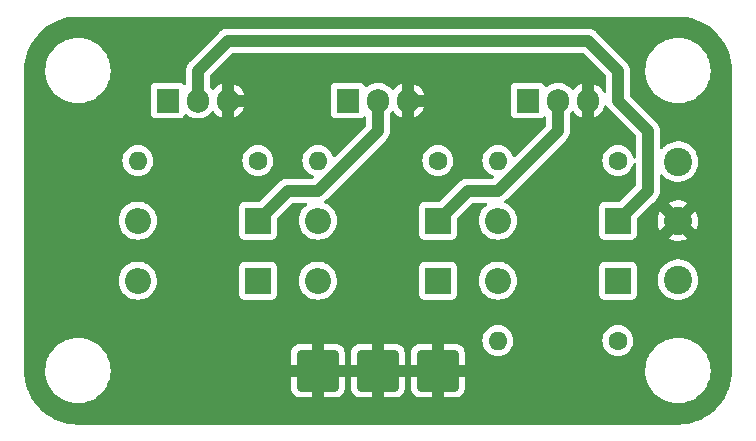
<source format=gbr>
%TF.GenerationSoftware,KiCad,Pcbnew,6.0.5*%
%TF.CreationDate,2022-09-23T14:14:16+02:00*%
%TF.ProjectId,Alternator_Motor_Driver,416c7465-726e-4617-946f-725f4d6f746f,1.0*%
%TF.SameCoordinates,Original*%
%TF.FileFunction,Copper,L2,Bot*%
%TF.FilePolarity,Positive*%
%FSLAX46Y46*%
G04 Gerber Fmt 4.6, Leading zero omitted, Abs format (unit mm)*
G04 Created by KiCad (PCBNEW 6.0.5) date 2022-09-23 14:14:16*
%MOMM*%
%LPD*%
G01*
G04 APERTURE LIST*
G04 Aperture macros list*
%AMRoundRect*
0 Rectangle with rounded corners*
0 $1 Rounding radius*
0 $2 $3 $4 $5 $6 $7 $8 $9 X,Y pos of 4 corners*
0 Add a 4 corners polygon primitive as box body*
4,1,4,$2,$3,$4,$5,$6,$7,$8,$9,$2,$3,0*
0 Add four circle primitives for the rounded corners*
1,1,$1+$1,$2,$3*
1,1,$1+$1,$4,$5*
1,1,$1+$1,$6,$7*
1,1,$1+$1,$8,$9*
0 Add four rect primitives between the rounded corners*
20,1,$1+$1,$2,$3,$4,$5,0*
20,1,$1+$1,$4,$5,$6,$7,0*
20,1,$1+$1,$6,$7,$8,$9,0*
20,1,$1+$1,$8,$9,$2,$3,0*%
G04 Aperture macros list end*
%TA.AperFunction,ComponentPad*%
%ADD10C,1.600000*%
%TD*%
%TA.AperFunction,ComponentPad*%
%ADD11O,1.600000X1.600000*%
%TD*%
%TA.AperFunction,ComponentPad*%
%ADD12R,2.200000X2.200000*%
%TD*%
%TA.AperFunction,ComponentPad*%
%ADD13O,2.200000X2.200000*%
%TD*%
%TA.AperFunction,ComponentPad*%
%ADD14R,1.905000X2.000000*%
%TD*%
%TA.AperFunction,ComponentPad*%
%ADD15O,1.905000X2.000000*%
%TD*%
%TA.AperFunction,ComponentPad*%
%ADD16RoundRect,0.250002X-1.499998X-1.499998X1.499998X-1.499998X1.499998X1.499998X-1.499998X1.499998X0*%
%TD*%
%TA.AperFunction,ComponentPad*%
%ADD17C,2.400000*%
%TD*%
%TA.AperFunction,Conductor*%
%ADD18C,1.000000*%
%TD*%
G04 APERTURE END LIST*
D10*
%TO.P,R2,1*%
%TO.N,/gateV*%
X149860000Y-91440000D03*
D11*
%TO.P,R2,2*%
%TO.N,U*%
X139700000Y-91440000D03*
%TD*%
D12*
%TO.P,D2,1,K*%
%TO.N,/control*%
X134619999Y-101600000D03*
D13*
%TO.P,D2,2,A*%
%TO.N,/gateU*%
X124459999Y-101600000D03*
%TD*%
D12*
%TO.P,D5,1,K*%
%TO.N,U*%
X165099999Y-96520000D03*
D13*
%TO.P,D5,2,A*%
%TO.N,/gateW*%
X154939999Y-96520000D03*
%TD*%
D14*
%TO.P,Q1,1,G*%
%TO.N,/gateU*%
X127000000Y-86360000D03*
D15*
%TO.P,Q1,2,D*%
%TO.N,U*%
X129540000Y-86360000D03*
%TO.P,Q1,3,S*%
%TO.N,GND*%
X132080000Y-86360000D03*
%TD*%
D10*
%TO.P,R1,1*%
%TO.N,/gateU*%
X134620000Y-91440000D03*
D11*
%TO.P,R1,2*%
%TO.N,W*%
X124460000Y-91440000D03*
%TD*%
D12*
%TO.P,D1,1,K*%
%TO.N,V*%
X134620000Y-96520000D03*
D13*
%TO.P,D1,2,A*%
%TO.N,/gateU*%
X124460000Y-96520000D03*
%TD*%
D16*
%TO.P,J2,1,Pin_1*%
%TO.N,GND*%
X144780000Y-109220000D03*
%TD*%
D12*
%TO.P,D6,1,K*%
%TO.N,/control*%
X165100000Y-101600001D03*
D13*
%TO.P,D6,2,A*%
%TO.N,/gateW*%
X154940000Y-101600001D03*
%TD*%
D12*
%TO.P,D4,1,K*%
%TO.N,/control*%
X149860000Y-101600000D03*
D13*
%TO.P,D4,2,A*%
%TO.N,/gateV*%
X139700000Y-101600000D03*
%TD*%
D10*
%TO.P,R3,1*%
%TO.N,/gateW*%
X165100000Y-91440000D03*
D11*
%TO.P,R3,2*%
%TO.N,V*%
X154940000Y-91440000D03*
%TD*%
D14*
%TO.P,Q2,1,G*%
%TO.N,/gateV*%
X142240000Y-86360000D03*
D15*
%TO.P,Q2,2,D*%
%TO.N,V*%
X144780000Y-86360000D03*
%TO.P,Q2,3,S*%
%TO.N,GND*%
X147320000Y-86360000D03*
%TD*%
D16*
%TO.P,J1,1,Pin_1*%
%TO.N,GND*%
X139700000Y-109220000D03*
%TD*%
%TO.P,J3,1,Pin_1*%
%TO.N,GND*%
X149860000Y-109220000D03*
%TD*%
D10*
%TO.P,R4,1*%
%TO.N,Net-(RV1-Pad3)*%
X165099999Y-106680000D03*
D11*
%TO.P,R4,2*%
%TO.N,/control*%
X154939999Y-106680000D03*
%TD*%
D14*
%TO.P,Q3,1,G*%
%TO.N,/gateW*%
X157480000Y-86360000D03*
D15*
%TO.P,Q3,2,D*%
%TO.N,W*%
X160020000Y-86360000D03*
%TO.P,Q3,3,S*%
%TO.N,GND*%
X162560000Y-86360000D03*
%TD*%
D12*
%TO.P,D3,1,K*%
%TO.N,W*%
X149860000Y-96520000D03*
D13*
%TO.P,D3,2,A*%
%TO.N,/gateV*%
X139700000Y-96520000D03*
%TD*%
D17*
%TO.P,RV1,1,1*%
%TO.N,unconnected-(RV1-Pad1)*%
X170180000Y-91520000D03*
%TO.P,RV1,2,2*%
%TO.N,GND*%
X170180000Y-96520000D03*
%TO.P,RV1,3,3*%
%TO.N,Net-(RV1-Pad3)*%
X170180000Y-101520000D03*
%TD*%
D18*
%TO.N,V*%
X144780000Y-88900000D02*
X144780000Y-86360000D01*
X134620000Y-96520000D02*
X137160000Y-93980000D01*
X139700000Y-93980000D02*
X144780000Y-88900000D01*
X137160000Y-93980000D02*
X139700000Y-93980000D01*
%TO.N,W*%
X160020000Y-88900000D02*
X154940000Y-93980000D01*
X160020000Y-86360000D02*
X160020000Y-88900000D01*
X152400000Y-93980000D02*
X154940000Y-93980000D01*
X149860000Y-96520000D02*
X152400000Y-93980000D01*
%TO.N,U*%
X129540000Y-83820000D02*
X132080000Y-81280000D01*
X165100000Y-86360000D02*
X167640000Y-88900000D01*
X162560000Y-81280000D02*
X165100000Y-83820000D01*
X132080000Y-81280000D02*
X162560000Y-81280000D01*
X167640000Y-93980000D02*
X165099999Y-96520000D01*
X129540000Y-86360000D02*
X129540000Y-83820000D01*
X165100000Y-83820000D02*
X165100000Y-86360000D01*
X167640000Y-88900000D02*
X167640000Y-93980000D01*
%TD*%
%TA.AperFunction,Conductor*%
%TO.N,GND*%
G36*
X170130633Y-79248501D02*
G01*
X170150018Y-79250001D01*
X170164851Y-79252311D01*
X170164855Y-79252311D01*
X170173724Y-79253692D01*
X170194183Y-79251017D01*
X170216008Y-79250073D01*
X170572937Y-79265657D01*
X170583885Y-79266615D01*
X170968389Y-79317235D01*
X170979194Y-79319141D01*
X171357826Y-79403082D01*
X171368436Y-79405925D01*
X171738302Y-79522543D01*
X171748615Y-79526296D01*
X172106932Y-79674716D01*
X172116876Y-79679354D01*
X172460865Y-79858423D01*
X172460867Y-79858424D01*
X172470385Y-79863919D01*
X172633927Y-79968106D01*
X172797467Y-80072293D01*
X172806471Y-80078598D01*
X173114137Y-80314679D01*
X173122557Y-80321744D01*
X173152912Y-80349559D01*
X173399792Y-80575782D01*
X173408482Y-80583745D01*
X173416251Y-80591514D01*
X173585971Y-80776731D01*
X173678256Y-80877443D01*
X173685321Y-80885863D01*
X173921402Y-81193529D01*
X173927707Y-81202533D01*
X174136080Y-81529614D01*
X174141570Y-81539123D01*
X174320642Y-81883115D01*
X174325284Y-81893068D01*
X174407571Y-82091726D01*
X174473701Y-82251377D01*
X174477457Y-82261698D01*
X174570240Y-82555969D01*
X174594075Y-82631563D01*
X174596918Y-82642174D01*
X174680857Y-83020795D01*
X174682765Y-83031611D01*
X174733385Y-83416114D01*
X174734343Y-83427063D01*
X174749250Y-83768479D01*
X174749602Y-83776552D01*
X174748222Y-83801429D01*
X174746308Y-83813724D01*
X174747472Y-83822626D01*
X174747472Y-83822628D01*
X174750435Y-83845283D01*
X174751499Y-83861621D01*
X174751499Y-109170633D01*
X174749999Y-109190018D01*
X174747689Y-109204851D01*
X174747689Y-109204855D01*
X174746308Y-109213724D01*
X174748983Y-109234183D01*
X174749927Y-109256012D01*
X174734343Y-109612936D01*
X174733385Y-109623885D01*
X174697448Y-109896862D01*
X174682766Y-110008381D01*
X174680859Y-110019194D01*
X174596920Y-110397820D01*
X174594075Y-110408436D01*
X174478953Y-110773560D01*
X174477460Y-110778294D01*
X174473704Y-110788615D01*
X174360853Y-111061062D01*
X174325288Y-111146923D01*
X174320646Y-111156876D01*
X174153480Y-111477999D01*
X174141576Y-111500867D01*
X174136080Y-111510387D01*
X173927707Y-111837467D01*
X173921402Y-111846471D01*
X173685321Y-112154137D01*
X173678256Y-112162557D01*
X173416255Y-112448482D01*
X173408482Y-112456255D01*
X173122557Y-112718256D01*
X173114137Y-112725321D01*
X172806471Y-112961402D01*
X172797467Y-112967707D01*
X172472530Y-113174715D01*
X172470387Y-113176080D01*
X172460868Y-113181575D01*
X172116876Y-113360646D01*
X172106932Y-113365284D01*
X171748615Y-113513704D01*
X171738302Y-113517457D01*
X171368437Y-113634075D01*
X171357826Y-113636918D01*
X170979194Y-113720859D01*
X170968389Y-113722765D01*
X170583886Y-113773385D01*
X170572937Y-113774343D01*
X170223446Y-113789602D01*
X170198571Y-113788222D01*
X170186276Y-113786308D01*
X170177374Y-113787472D01*
X170177372Y-113787472D01*
X170162323Y-113789440D01*
X170154714Y-113790435D01*
X170138379Y-113791499D01*
X119429367Y-113791499D01*
X119409982Y-113789999D01*
X119395149Y-113787689D01*
X119395145Y-113787689D01*
X119386276Y-113786308D01*
X119365817Y-113788983D01*
X119343992Y-113789927D01*
X118987063Y-113774343D01*
X118976114Y-113773385D01*
X118591611Y-113722765D01*
X118580806Y-113720859D01*
X118202174Y-113636918D01*
X118191563Y-113634075D01*
X117821698Y-113517457D01*
X117811385Y-113513704D01*
X117453068Y-113365284D01*
X117443133Y-113360651D01*
X117099123Y-113181570D01*
X117089614Y-113176080D01*
X117087472Y-113174715D01*
X116762533Y-112967707D01*
X116753529Y-112961402D01*
X116445863Y-112725321D01*
X116437443Y-112718256D01*
X116151518Y-112456255D01*
X116143745Y-112448482D01*
X115881744Y-112162557D01*
X115874679Y-112154137D01*
X115638598Y-111846471D01*
X115632293Y-111837467D01*
X115423920Y-111510387D01*
X115418424Y-111500867D01*
X115406520Y-111477999D01*
X115239354Y-111156876D01*
X115234712Y-111146923D01*
X115199148Y-111061062D01*
X115086296Y-110788615D01*
X115082540Y-110778294D01*
X115081048Y-110773560D01*
X114965925Y-110408436D01*
X114963080Y-110397820D01*
X114879141Y-110019194D01*
X114877234Y-110008381D01*
X114862553Y-109896862D01*
X114826615Y-109623885D01*
X114825657Y-109612936D01*
X114810562Y-109267208D01*
X114812189Y-109240805D01*
X114812770Y-109237352D01*
X114812771Y-109237345D01*
X114813577Y-109232552D01*
X114813730Y-109220000D01*
X114811658Y-109205530D01*
X116616496Y-109205530D01*
X116616704Y-109209310D01*
X116616704Y-109209311D01*
X116618089Y-109234470D01*
X116634773Y-109537634D01*
X116635434Y-109541361D01*
X116635434Y-109541365D01*
X116681358Y-109800490D01*
X116692815Y-109865136D01*
X116789782Y-110183293D01*
X116791313Y-110186757D01*
X116791316Y-110186764D01*
X116874070Y-110373949D01*
X116924269Y-110487497D01*
X116926205Y-110490751D01*
X116926208Y-110490757D01*
X116946947Y-110525616D01*
X117094328Y-110773341D01*
X117297496Y-111036684D01*
X117530829Y-111273712D01*
X117698396Y-111407239D01*
X117787196Y-111478000D01*
X117790949Y-111480991D01*
X118074086Y-111655519D01*
X118376140Y-111794768D01*
X118379740Y-111795927D01*
X118379747Y-111795930D01*
X118689126Y-111895558D01*
X118689129Y-111895559D01*
X118692735Y-111896720D01*
X118696451Y-111897439D01*
X118696459Y-111897441D01*
X119015567Y-111959181D01*
X119015573Y-111959182D01*
X119019285Y-111959900D01*
X119023061Y-111960167D01*
X119023066Y-111960168D01*
X119123767Y-111967297D01*
X119281994Y-111978500D01*
X119463635Y-111978500D01*
X119465501Y-111978388D01*
X119465518Y-111978387D01*
X119708228Y-111963755D01*
X119708235Y-111963754D01*
X119712003Y-111963527D01*
X119896401Y-111929849D01*
X120035470Y-111904451D01*
X120035475Y-111904450D01*
X120039197Y-111903770D01*
X120042809Y-111902649D01*
X120042815Y-111902647D01*
X120262827Y-111834332D01*
X120356843Y-111805139D01*
X120660338Y-111669061D01*
X120801445Y-111584108D01*
X120942034Y-111499466D01*
X120942040Y-111499462D01*
X120945287Y-111497507D01*
X120948271Y-111495180D01*
X120948278Y-111495175D01*
X121204575Y-111295294D01*
X121204582Y-111295288D01*
X121207563Y-111292963D01*
X121443366Y-111058392D01*
X121649280Y-110797191D01*
X121667616Y-110767093D01*
X137442001Y-110767093D01*
X137442338Y-110773612D01*
X137452257Y-110869205D01*
X137455149Y-110882599D01*
X137506588Y-111036783D01*
X137512761Y-111049961D01*
X137598063Y-111187806D01*
X137607099Y-111199207D01*
X137721830Y-111313739D01*
X137733241Y-111322751D01*
X137871244Y-111407816D01*
X137884425Y-111413963D01*
X138038711Y-111465138D01*
X138052087Y-111468005D01*
X138146440Y-111477672D01*
X138152856Y-111478000D01*
X139181885Y-111478000D01*
X139197124Y-111473525D01*
X139198329Y-111472135D01*
X139200000Y-111464452D01*
X139200000Y-111459884D01*
X140200000Y-111459884D01*
X140204475Y-111475123D01*
X140205865Y-111476328D01*
X140213548Y-111477999D01*
X141247093Y-111477999D01*
X141253612Y-111477662D01*
X141349205Y-111467743D01*
X141362599Y-111464851D01*
X141516783Y-111413412D01*
X141529961Y-111407239D01*
X141667806Y-111321937D01*
X141679207Y-111312901D01*
X141793739Y-111198170D01*
X141802751Y-111186759D01*
X141887816Y-111048756D01*
X141893963Y-111035575D01*
X141945138Y-110881289D01*
X141948005Y-110867913D01*
X141957672Y-110773560D01*
X141958000Y-110767144D01*
X141958000Y-110767093D01*
X142522001Y-110767093D01*
X142522338Y-110773612D01*
X142532257Y-110869205D01*
X142535149Y-110882599D01*
X142586588Y-111036783D01*
X142592761Y-111049961D01*
X142678063Y-111187806D01*
X142687099Y-111199207D01*
X142801830Y-111313739D01*
X142813241Y-111322751D01*
X142951244Y-111407816D01*
X142964425Y-111413963D01*
X143118711Y-111465138D01*
X143132087Y-111468005D01*
X143226440Y-111477672D01*
X143232856Y-111478000D01*
X144261885Y-111478000D01*
X144277124Y-111473525D01*
X144278329Y-111472135D01*
X144280000Y-111464452D01*
X144280000Y-111459884D01*
X145280000Y-111459884D01*
X145284475Y-111475123D01*
X145285865Y-111476328D01*
X145293548Y-111477999D01*
X146327093Y-111477999D01*
X146333612Y-111477662D01*
X146429205Y-111467743D01*
X146442599Y-111464851D01*
X146596783Y-111413412D01*
X146609961Y-111407239D01*
X146747806Y-111321937D01*
X146759207Y-111312901D01*
X146873739Y-111198170D01*
X146882751Y-111186759D01*
X146967816Y-111048756D01*
X146973963Y-111035575D01*
X147025138Y-110881289D01*
X147028005Y-110867913D01*
X147037672Y-110773560D01*
X147038000Y-110767144D01*
X147038000Y-110767093D01*
X147602001Y-110767093D01*
X147602338Y-110773612D01*
X147612257Y-110869205D01*
X147615149Y-110882599D01*
X147666588Y-111036783D01*
X147672761Y-111049961D01*
X147758063Y-111187806D01*
X147767099Y-111199207D01*
X147881830Y-111313739D01*
X147893241Y-111322751D01*
X148031244Y-111407816D01*
X148044425Y-111413963D01*
X148198711Y-111465138D01*
X148212087Y-111468005D01*
X148306440Y-111477672D01*
X148312856Y-111478000D01*
X149341885Y-111478000D01*
X149357124Y-111473525D01*
X149358329Y-111472135D01*
X149360000Y-111464452D01*
X149360000Y-111459884D01*
X150360000Y-111459884D01*
X150364475Y-111475123D01*
X150365865Y-111476328D01*
X150373548Y-111477999D01*
X151407093Y-111477999D01*
X151413612Y-111477662D01*
X151509205Y-111467743D01*
X151522599Y-111464851D01*
X151676783Y-111413412D01*
X151689961Y-111407239D01*
X151827806Y-111321937D01*
X151839207Y-111312901D01*
X151953739Y-111198170D01*
X151962751Y-111186759D01*
X152047816Y-111048756D01*
X152053963Y-111035575D01*
X152105138Y-110881289D01*
X152108005Y-110867913D01*
X152117672Y-110773560D01*
X152118000Y-110767144D01*
X152118000Y-109738115D01*
X152113525Y-109722876D01*
X152112135Y-109721671D01*
X152104452Y-109720000D01*
X150378115Y-109720000D01*
X150362876Y-109724475D01*
X150361671Y-109725865D01*
X150360000Y-109733548D01*
X150360000Y-111459884D01*
X149360000Y-111459884D01*
X149360000Y-109738115D01*
X149355525Y-109722876D01*
X149354135Y-109721671D01*
X149346452Y-109720000D01*
X147620116Y-109720000D01*
X147604877Y-109724475D01*
X147603672Y-109725865D01*
X147602001Y-109733548D01*
X147602001Y-110767093D01*
X147038000Y-110767093D01*
X147038000Y-109738115D01*
X147033525Y-109722876D01*
X147032135Y-109721671D01*
X147024452Y-109720000D01*
X145298115Y-109720000D01*
X145282876Y-109724475D01*
X145281671Y-109725865D01*
X145280000Y-109733548D01*
X145280000Y-111459884D01*
X144280000Y-111459884D01*
X144280000Y-109738115D01*
X144275525Y-109722876D01*
X144274135Y-109721671D01*
X144266452Y-109720000D01*
X142540116Y-109720000D01*
X142524877Y-109724475D01*
X142523672Y-109725865D01*
X142522001Y-109733548D01*
X142522001Y-110767093D01*
X141958000Y-110767093D01*
X141958000Y-109738115D01*
X141953525Y-109722876D01*
X141952135Y-109721671D01*
X141944452Y-109720000D01*
X140218115Y-109720000D01*
X140202876Y-109724475D01*
X140201671Y-109725865D01*
X140200000Y-109733548D01*
X140200000Y-111459884D01*
X139200000Y-111459884D01*
X139200000Y-109738115D01*
X139195525Y-109722876D01*
X139194135Y-109721671D01*
X139186452Y-109720000D01*
X137460116Y-109720000D01*
X137444877Y-109724475D01*
X137443672Y-109725865D01*
X137442001Y-109733548D01*
X137442001Y-110767093D01*
X121667616Y-110767093D01*
X121822323Y-110513144D01*
X121877383Y-110392046D01*
X121958420Y-110213817D01*
X121958423Y-110213809D01*
X121959989Y-110210365D01*
X122060282Y-109893240D01*
X122121751Y-109566364D01*
X122143504Y-109234470D01*
X122141911Y-109205530D01*
X167416496Y-109205530D01*
X167416704Y-109209310D01*
X167416704Y-109209311D01*
X167418089Y-109234470D01*
X167434773Y-109537634D01*
X167435434Y-109541361D01*
X167435434Y-109541365D01*
X167481358Y-109800490D01*
X167492815Y-109865136D01*
X167589782Y-110183293D01*
X167591313Y-110186757D01*
X167591316Y-110186764D01*
X167674070Y-110373949D01*
X167724269Y-110487497D01*
X167726205Y-110490751D01*
X167726208Y-110490757D01*
X167746947Y-110525616D01*
X167894328Y-110773341D01*
X168097496Y-111036684D01*
X168330829Y-111273712D01*
X168498396Y-111407239D01*
X168587196Y-111478000D01*
X168590949Y-111480991D01*
X168874086Y-111655519D01*
X169176140Y-111794768D01*
X169179740Y-111795927D01*
X169179747Y-111795930D01*
X169489126Y-111895558D01*
X169489129Y-111895559D01*
X169492735Y-111896720D01*
X169496451Y-111897439D01*
X169496459Y-111897441D01*
X169815567Y-111959181D01*
X169815573Y-111959182D01*
X169819285Y-111959900D01*
X169823061Y-111960167D01*
X169823066Y-111960168D01*
X169923767Y-111967297D01*
X170081994Y-111978500D01*
X170263635Y-111978500D01*
X170265501Y-111978388D01*
X170265518Y-111978387D01*
X170508228Y-111963755D01*
X170508235Y-111963754D01*
X170512003Y-111963527D01*
X170696401Y-111929849D01*
X170835470Y-111904451D01*
X170835475Y-111904450D01*
X170839197Y-111903770D01*
X170842809Y-111902649D01*
X170842815Y-111902647D01*
X171062827Y-111834332D01*
X171156843Y-111805139D01*
X171460338Y-111669061D01*
X171601445Y-111584108D01*
X171742034Y-111499466D01*
X171742040Y-111499462D01*
X171745287Y-111497507D01*
X171748271Y-111495180D01*
X171748278Y-111495175D01*
X172004575Y-111295294D01*
X172004582Y-111295288D01*
X172007563Y-111292963D01*
X172243366Y-111058392D01*
X172449280Y-110797191D01*
X172622323Y-110513144D01*
X172677383Y-110392046D01*
X172758420Y-110213817D01*
X172758423Y-110213809D01*
X172759989Y-110210365D01*
X172860282Y-109893240D01*
X172921751Y-109566364D01*
X172943504Y-109234470D01*
X172925227Y-108902366D01*
X172919476Y-108869913D01*
X172867846Y-108578594D01*
X172867185Y-108574864D01*
X172770218Y-108256707D01*
X172768687Y-108253243D01*
X172768684Y-108253236D01*
X172685930Y-108066051D01*
X172635731Y-107952503D01*
X172622523Y-107930301D01*
X172467611Y-107669918D01*
X172467610Y-107669917D01*
X172465672Y-107666659D01*
X172262504Y-107403316D01*
X172029171Y-107166288D01*
X171785676Y-106972257D01*
X171772019Y-106961374D01*
X171772018Y-106961373D01*
X171769051Y-106959009D01*
X171485914Y-106784481D01*
X171183860Y-106645232D01*
X171180260Y-106644073D01*
X171180253Y-106644070D01*
X170870874Y-106544442D01*
X170870871Y-106544441D01*
X170867265Y-106543280D01*
X170863549Y-106542561D01*
X170863541Y-106542559D01*
X170544433Y-106480819D01*
X170544427Y-106480818D01*
X170540715Y-106480100D01*
X170536939Y-106479833D01*
X170536934Y-106479832D01*
X170436233Y-106472703D01*
X170278006Y-106461500D01*
X170096365Y-106461500D01*
X170094499Y-106461612D01*
X170094482Y-106461613D01*
X169851772Y-106476245D01*
X169851765Y-106476246D01*
X169847997Y-106476473D01*
X169663599Y-106510151D01*
X169524530Y-106535549D01*
X169524525Y-106535550D01*
X169520803Y-106536230D01*
X169517191Y-106537351D01*
X169517185Y-106537353D01*
X169297173Y-106605668D01*
X169203157Y-106634861D01*
X168899662Y-106770939D01*
X168758555Y-106855892D01*
X168617966Y-106940534D01*
X168617960Y-106940538D01*
X168614713Y-106942493D01*
X168611729Y-106944820D01*
X168611722Y-106944825D01*
X168355425Y-107144706D01*
X168355418Y-107144712D01*
X168352437Y-107147037D01*
X168116634Y-107381608D01*
X167910720Y-107642809D01*
X167737677Y-107926856D01*
X167707377Y-107993498D01*
X167601580Y-108226183D01*
X167601577Y-108226191D01*
X167600011Y-108229635D01*
X167499718Y-108546760D01*
X167438249Y-108873636D01*
X167416496Y-109205530D01*
X122141911Y-109205530D01*
X122125227Y-108902366D01*
X122119476Y-108869913D01*
X122089697Y-108701885D01*
X137442000Y-108701885D01*
X137446475Y-108717124D01*
X137447865Y-108718329D01*
X137455548Y-108720000D01*
X139181885Y-108720000D01*
X139197124Y-108715525D01*
X139198329Y-108714135D01*
X139200000Y-108706452D01*
X139200000Y-108701885D01*
X140200000Y-108701885D01*
X140204475Y-108717124D01*
X140205865Y-108718329D01*
X140213548Y-108720000D01*
X141939884Y-108720000D01*
X141955123Y-108715525D01*
X141956328Y-108714135D01*
X141957999Y-108706452D01*
X141957999Y-108701885D01*
X142522000Y-108701885D01*
X142526475Y-108717124D01*
X142527865Y-108718329D01*
X142535548Y-108720000D01*
X144261885Y-108720000D01*
X144277124Y-108715525D01*
X144278329Y-108714135D01*
X144280000Y-108706452D01*
X144280000Y-108701885D01*
X145280000Y-108701885D01*
X145284475Y-108717124D01*
X145285865Y-108718329D01*
X145293548Y-108720000D01*
X147019884Y-108720000D01*
X147035123Y-108715525D01*
X147036328Y-108714135D01*
X147037999Y-108706452D01*
X147037999Y-108701885D01*
X147602000Y-108701885D01*
X147606475Y-108717124D01*
X147607865Y-108718329D01*
X147615548Y-108720000D01*
X149341885Y-108720000D01*
X149357124Y-108715525D01*
X149358329Y-108714135D01*
X149360000Y-108706452D01*
X149360000Y-108701885D01*
X150360000Y-108701885D01*
X150364475Y-108717124D01*
X150365865Y-108718329D01*
X150373548Y-108720000D01*
X152099884Y-108720000D01*
X152115123Y-108715525D01*
X152116328Y-108714135D01*
X152117999Y-108706452D01*
X152117999Y-107672907D01*
X152117662Y-107666388D01*
X152107743Y-107570795D01*
X152104851Y-107557401D01*
X152053412Y-107403217D01*
X152047239Y-107390039D01*
X151961937Y-107252194D01*
X151952901Y-107240793D01*
X151838170Y-107126261D01*
X151826759Y-107117249D01*
X151688756Y-107032184D01*
X151675575Y-107026037D01*
X151521289Y-106974862D01*
X151507913Y-106971995D01*
X151413560Y-106962328D01*
X151407143Y-106962000D01*
X150378115Y-106962000D01*
X150362876Y-106966475D01*
X150361671Y-106967865D01*
X150360000Y-106975548D01*
X150360000Y-108701885D01*
X149360000Y-108701885D01*
X149360000Y-106980116D01*
X149355525Y-106964877D01*
X149354135Y-106963672D01*
X149346452Y-106962001D01*
X148312907Y-106962001D01*
X148306388Y-106962338D01*
X148210795Y-106972257D01*
X148197401Y-106975149D01*
X148043217Y-107026588D01*
X148030039Y-107032761D01*
X147892194Y-107118063D01*
X147880793Y-107127099D01*
X147766261Y-107241830D01*
X147757249Y-107253241D01*
X147672184Y-107391244D01*
X147666037Y-107404425D01*
X147614862Y-107558711D01*
X147611995Y-107572087D01*
X147602328Y-107666440D01*
X147602000Y-107672857D01*
X147602000Y-108701885D01*
X147037999Y-108701885D01*
X147037999Y-107672907D01*
X147037662Y-107666388D01*
X147027743Y-107570795D01*
X147024851Y-107557401D01*
X146973412Y-107403217D01*
X146967239Y-107390039D01*
X146881937Y-107252194D01*
X146872901Y-107240793D01*
X146758170Y-107126261D01*
X146746759Y-107117249D01*
X146608756Y-107032184D01*
X146595575Y-107026037D01*
X146441289Y-106974862D01*
X146427913Y-106971995D01*
X146333560Y-106962328D01*
X146327143Y-106962000D01*
X145298115Y-106962000D01*
X145282876Y-106966475D01*
X145281671Y-106967865D01*
X145280000Y-106975548D01*
X145280000Y-108701885D01*
X144280000Y-108701885D01*
X144280000Y-106980116D01*
X144275525Y-106964877D01*
X144274135Y-106963672D01*
X144266452Y-106962001D01*
X143232907Y-106962001D01*
X143226388Y-106962338D01*
X143130795Y-106972257D01*
X143117401Y-106975149D01*
X142963217Y-107026588D01*
X142950039Y-107032761D01*
X142812194Y-107118063D01*
X142800793Y-107127099D01*
X142686261Y-107241830D01*
X142677249Y-107253241D01*
X142592184Y-107391244D01*
X142586037Y-107404425D01*
X142534862Y-107558711D01*
X142531995Y-107572087D01*
X142522328Y-107666440D01*
X142522000Y-107672857D01*
X142522000Y-108701885D01*
X141957999Y-108701885D01*
X141957999Y-107672907D01*
X141957662Y-107666388D01*
X141947743Y-107570795D01*
X141944851Y-107557401D01*
X141893412Y-107403217D01*
X141887239Y-107390039D01*
X141801937Y-107252194D01*
X141792901Y-107240793D01*
X141678170Y-107126261D01*
X141666759Y-107117249D01*
X141528756Y-107032184D01*
X141515575Y-107026037D01*
X141361289Y-106974862D01*
X141347913Y-106971995D01*
X141253560Y-106962328D01*
X141247143Y-106962000D01*
X140218115Y-106962000D01*
X140202876Y-106966475D01*
X140201671Y-106967865D01*
X140200000Y-106975548D01*
X140200000Y-108701885D01*
X139200000Y-108701885D01*
X139200000Y-106980116D01*
X139195525Y-106964877D01*
X139194135Y-106963672D01*
X139186452Y-106962001D01*
X138152907Y-106962001D01*
X138146388Y-106962338D01*
X138050795Y-106972257D01*
X138037401Y-106975149D01*
X137883217Y-107026588D01*
X137870039Y-107032761D01*
X137732194Y-107118063D01*
X137720793Y-107127099D01*
X137606261Y-107241830D01*
X137597249Y-107253241D01*
X137512184Y-107391244D01*
X137506037Y-107404425D01*
X137454862Y-107558711D01*
X137451995Y-107572087D01*
X137442328Y-107666440D01*
X137442000Y-107672857D01*
X137442000Y-108701885D01*
X122089697Y-108701885D01*
X122067846Y-108578594D01*
X122067185Y-108574864D01*
X121970218Y-108256707D01*
X121968687Y-108253243D01*
X121968684Y-108253236D01*
X121885930Y-108066051D01*
X121835731Y-107952503D01*
X121822523Y-107930301D01*
X121667611Y-107669918D01*
X121667610Y-107669917D01*
X121665672Y-107666659D01*
X121462504Y-107403316D01*
X121229171Y-107166288D01*
X120985676Y-106972257D01*
X120972019Y-106961374D01*
X120972018Y-106961373D01*
X120969051Y-106959009D01*
X120685914Y-106784481D01*
X120459278Y-106680000D01*
X153626501Y-106680000D01*
X153646456Y-106908087D01*
X153647880Y-106913400D01*
X153647880Y-106913402D01*
X153679863Y-107032761D01*
X153705715Y-107129243D01*
X153708038Y-107134224D01*
X153708038Y-107134225D01*
X153800150Y-107331762D01*
X153800153Y-107331767D01*
X153802476Y-107336749D01*
X153933801Y-107524300D01*
X154095699Y-107686198D01*
X154100207Y-107689355D01*
X154100210Y-107689357D01*
X154178388Y-107744098D01*
X154283250Y-107817523D01*
X154288232Y-107819846D01*
X154288237Y-107819849D01*
X154485774Y-107911961D01*
X154490756Y-107914284D01*
X154496064Y-107915706D01*
X154496066Y-107915707D01*
X154706597Y-107972119D01*
X154706599Y-107972119D01*
X154711912Y-107973543D01*
X154939999Y-107993498D01*
X155168086Y-107973543D01*
X155173399Y-107972119D01*
X155173401Y-107972119D01*
X155383932Y-107915707D01*
X155383934Y-107915706D01*
X155389242Y-107914284D01*
X155394224Y-107911961D01*
X155591761Y-107819849D01*
X155591766Y-107819846D01*
X155596748Y-107817523D01*
X155701610Y-107744098D01*
X155779788Y-107689357D01*
X155779791Y-107689355D01*
X155784299Y-107686198D01*
X155946197Y-107524300D01*
X156077522Y-107336749D01*
X156079845Y-107331767D01*
X156079848Y-107331762D01*
X156171960Y-107134225D01*
X156171960Y-107134224D01*
X156174283Y-107129243D01*
X156200136Y-107032761D01*
X156232118Y-106913402D01*
X156232118Y-106913400D01*
X156233542Y-106908087D01*
X156253497Y-106680000D01*
X163786501Y-106680000D01*
X163806456Y-106908087D01*
X163807880Y-106913400D01*
X163807880Y-106913402D01*
X163839863Y-107032761D01*
X163865715Y-107129243D01*
X163868038Y-107134224D01*
X163868038Y-107134225D01*
X163960150Y-107331762D01*
X163960153Y-107331767D01*
X163962476Y-107336749D01*
X164093801Y-107524300D01*
X164255699Y-107686198D01*
X164260207Y-107689355D01*
X164260210Y-107689357D01*
X164338388Y-107744098D01*
X164443250Y-107817523D01*
X164448232Y-107819846D01*
X164448237Y-107819849D01*
X164645774Y-107911961D01*
X164650756Y-107914284D01*
X164656064Y-107915706D01*
X164656066Y-107915707D01*
X164866597Y-107972119D01*
X164866599Y-107972119D01*
X164871912Y-107973543D01*
X165099999Y-107993498D01*
X165328086Y-107973543D01*
X165333399Y-107972119D01*
X165333401Y-107972119D01*
X165543932Y-107915707D01*
X165543934Y-107915706D01*
X165549242Y-107914284D01*
X165554224Y-107911961D01*
X165751761Y-107819849D01*
X165751766Y-107819846D01*
X165756748Y-107817523D01*
X165861610Y-107744098D01*
X165939788Y-107689357D01*
X165939791Y-107689355D01*
X165944299Y-107686198D01*
X166106197Y-107524300D01*
X166237522Y-107336749D01*
X166239845Y-107331767D01*
X166239848Y-107331762D01*
X166331960Y-107134225D01*
X166331960Y-107134224D01*
X166334283Y-107129243D01*
X166360136Y-107032761D01*
X166392118Y-106913402D01*
X166392118Y-106913400D01*
X166393542Y-106908087D01*
X166413497Y-106680000D01*
X166393542Y-106451913D01*
X166334283Y-106230757D01*
X166331960Y-106225775D01*
X166239848Y-106028238D01*
X166239845Y-106028233D01*
X166237522Y-106023251D01*
X166106197Y-105835700D01*
X165944299Y-105673802D01*
X165939791Y-105670645D01*
X165939788Y-105670643D01*
X165861610Y-105615902D01*
X165756748Y-105542477D01*
X165751766Y-105540154D01*
X165751761Y-105540151D01*
X165554224Y-105448039D01*
X165554223Y-105448039D01*
X165549242Y-105445716D01*
X165543934Y-105444294D01*
X165543932Y-105444293D01*
X165333401Y-105387881D01*
X165333399Y-105387881D01*
X165328086Y-105386457D01*
X165099999Y-105366502D01*
X164871912Y-105386457D01*
X164866599Y-105387881D01*
X164866597Y-105387881D01*
X164656066Y-105444293D01*
X164656064Y-105444294D01*
X164650756Y-105445716D01*
X164645775Y-105448039D01*
X164645774Y-105448039D01*
X164448237Y-105540151D01*
X164448232Y-105540154D01*
X164443250Y-105542477D01*
X164338388Y-105615902D01*
X164260210Y-105670643D01*
X164260207Y-105670645D01*
X164255699Y-105673802D01*
X164093801Y-105835700D01*
X163962476Y-106023251D01*
X163960153Y-106028233D01*
X163960150Y-106028238D01*
X163868038Y-106225775D01*
X163865715Y-106230757D01*
X163806456Y-106451913D01*
X163786501Y-106680000D01*
X156253497Y-106680000D01*
X156233542Y-106451913D01*
X156174283Y-106230757D01*
X156171960Y-106225775D01*
X156079848Y-106028238D01*
X156079845Y-106028233D01*
X156077522Y-106023251D01*
X155946197Y-105835700D01*
X155784299Y-105673802D01*
X155779791Y-105670645D01*
X155779788Y-105670643D01*
X155701610Y-105615902D01*
X155596748Y-105542477D01*
X155591766Y-105540154D01*
X155591761Y-105540151D01*
X155394224Y-105448039D01*
X155394223Y-105448039D01*
X155389242Y-105445716D01*
X155383934Y-105444294D01*
X155383932Y-105444293D01*
X155173401Y-105387881D01*
X155173399Y-105387881D01*
X155168086Y-105386457D01*
X154939999Y-105366502D01*
X154711912Y-105386457D01*
X154706599Y-105387881D01*
X154706597Y-105387881D01*
X154496066Y-105444293D01*
X154496064Y-105444294D01*
X154490756Y-105445716D01*
X154485775Y-105448039D01*
X154485774Y-105448039D01*
X154288237Y-105540151D01*
X154288232Y-105540154D01*
X154283250Y-105542477D01*
X154178388Y-105615902D01*
X154100210Y-105670643D01*
X154100207Y-105670645D01*
X154095699Y-105673802D01*
X153933801Y-105835700D01*
X153802476Y-106023251D01*
X153800153Y-106028233D01*
X153800150Y-106028238D01*
X153708038Y-106225775D01*
X153705715Y-106230757D01*
X153646456Y-106451913D01*
X153626501Y-106680000D01*
X120459278Y-106680000D01*
X120383860Y-106645232D01*
X120380260Y-106644073D01*
X120380253Y-106644070D01*
X120070874Y-106544442D01*
X120070871Y-106544441D01*
X120067265Y-106543280D01*
X120063549Y-106542561D01*
X120063541Y-106542559D01*
X119744433Y-106480819D01*
X119744427Y-106480818D01*
X119740715Y-106480100D01*
X119736939Y-106479833D01*
X119736934Y-106479832D01*
X119636233Y-106472703D01*
X119478006Y-106461500D01*
X119296365Y-106461500D01*
X119294499Y-106461612D01*
X119294482Y-106461613D01*
X119051772Y-106476245D01*
X119051765Y-106476246D01*
X119047997Y-106476473D01*
X118863599Y-106510151D01*
X118724530Y-106535549D01*
X118724525Y-106535550D01*
X118720803Y-106536230D01*
X118717191Y-106537351D01*
X118717185Y-106537353D01*
X118497173Y-106605668D01*
X118403157Y-106634861D01*
X118099662Y-106770939D01*
X117958555Y-106855892D01*
X117817966Y-106940534D01*
X117817960Y-106940538D01*
X117814713Y-106942493D01*
X117811729Y-106944820D01*
X117811722Y-106944825D01*
X117555425Y-107144706D01*
X117555418Y-107144712D01*
X117552437Y-107147037D01*
X117316634Y-107381608D01*
X117110720Y-107642809D01*
X116937677Y-107926856D01*
X116907377Y-107993498D01*
X116801580Y-108226183D01*
X116801577Y-108226191D01*
X116800011Y-108229635D01*
X116699718Y-108546760D01*
X116638249Y-108873636D01*
X116616496Y-109205530D01*
X114811658Y-109205530D01*
X114809774Y-109192376D01*
X114808501Y-109174514D01*
X114808501Y-101600000D01*
X122846525Y-101600000D01*
X122866390Y-101852403D01*
X122867544Y-101857210D01*
X122867545Y-101857216D01*
X122897566Y-101982262D01*
X122925494Y-102098591D01*
X122927387Y-102103162D01*
X122927388Y-102103164D01*
X122976191Y-102220984D01*
X123022383Y-102332502D01*
X123154671Y-102548376D01*
X123319101Y-102740898D01*
X123511623Y-102905328D01*
X123727497Y-103037616D01*
X123732067Y-103039509D01*
X123732071Y-103039511D01*
X123956835Y-103132611D01*
X123961408Y-103134505D01*
X124028512Y-103150615D01*
X124202783Y-103192454D01*
X124202789Y-103192455D01*
X124207596Y-103193609D01*
X124459999Y-103213474D01*
X124712402Y-103193609D01*
X124717209Y-103192455D01*
X124717215Y-103192454D01*
X124891486Y-103150615D01*
X124958590Y-103134505D01*
X124963163Y-103132611D01*
X125187927Y-103039511D01*
X125187931Y-103039509D01*
X125192501Y-103037616D01*
X125408375Y-102905328D01*
X125592425Y-102748134D01*
X133011499Y-102748134D01*
X133018254Y-102810316D01*
X133069384Y-102946705D01*
X133156738Y-103063261D01*
X133273294Y-103150615D01*
X133409683Y-103201745D01*
X133471865Y-103208500D01*
X135768133Y-103208500D01*
X135830315Y-103201745D01*
X135966704Y-103150615D01*
X136083260Y-103063261D01*
X136170614Y-102946705D01*
X136221744Y-102810316D01*
X136228499Y-102748134D01*
X136228499Y-101600000D01*
X138086526Y-101600000D01*
X138106391Y-101852403D01*
X138107545Y-101857210D01*
X138107546Y-101857216D01*
X138137567Y-101982262D01*
X138165495Y-102098591D01*
X138167388Y-102103162D01*
X138167389Y-102103164D01*
X138216192Y-102220984D01*
X138262384Y-102332502D01*
X138394672Y-102548376D01*
X138559102Y-102740898D01*
X138751624Y-102905328D01*
X138967498Y-103037616D01*
X138972068Y-103039509D01*
X138972072Y-103039511D01*
X139196836Y-103132611D01*
X139201409Y-103134505D01*
X139268513Y-103150615D01*
X139442784Y-103192454D01*
X139442790Y-103192455D01*
X139447597Y-103193609D01*
X139700000Y-103213474D01*
X139952403Y-103193609D01*
X139957210Y-103192455D01*
X139957216Y-103192454D01*
X140131487Y-103150615D01*
X140198591Y-103134505D01*
X140203164Y-103132611D01*
X140427928Y-103039511D01*
X140427932Y-103039509D01*
X140432502Y-103037616D01*
X140648376Y-102905328D01*
X140832426Y-102748134D01*
X148251500Y-102748134D01*
X148258255Y-102810316D01*
X148309385Y-102946705D01*
X148396739Y-103063261D01*
X148513295Y-103150615D01*
X148649684Y-103201745D01*
X148711866Y-103208500D01*
X151008134Y-103208500D01*
X151070316Y-103201745D01*
X151206705Y-103150615D01*
X151323261Y-103063261D01*
X151410615Y-102946705D01*
X151461745Y-102810316D01*
X151468500Y-102748134D01*
X151468500Y-101600001D01*
X153326526Y-101600001D01*
X153346391Y-101852404D01*
X153347545Y-101857211D01*
X153347546Y-101857217D01*
X153375408Y-101973269D01*
X153405495Y-102098592D01*
X153502384Y-102332503D01*
X153634672Y-102548377D01*
X153799102Y-102740899D01*
X153991624Y-102905329D01*
X154207498Y-103037617D01*
X154212068Y-103039510D01*
X154212072Y-103039512D01*
X154282401Y-103068643D01*
X154441409Y-103134506D01*
X154508513Y-103150616D01*
X154682784Y-103192455D01*
X154682790Y-103192456D01*
X154687597Y-103193610D01*
X154940000Y-103213475D01*
X155192403Y-103193610D01*
X155197210Y-103192456D01*
X155197216Y-103192455D01*
X155371487Y-103150616D01*
X155438591Y-103134506D01*
X155597599Y-103068643D01*
X155667928Y-103039512D01*
X155667932Y-103039510D01*
X155672502Y-103037617D01*
X155888376Y-102905329D01*
X156072426Y-102748135D01*
X163491500Y-102748135D01*
X163498255Y-102810317D01*
X163549385Y-102946706D01*
X163636739Y-103063262D01*
X163753295Y-103150616D01*
X163889684Y-103201746D01*
X163951866Y-103208501D01*
X166248134Y-103208501D01*
X166310316Y-103201746D01*
X166446705Y-103150616D01*
X166563261Y-103063262D01*
X166650615Y-102946706D01*
X166701745Y-102810317D01*
X166708500Y-102748135D01*
X166708500Y-101475151D01*
X168467296Y-101475151D01*
X168479480Y-101728798D01*
X168529021Y-101977857D01*
X168530600Y-101982255D01*
X168530602Y-101982262D01*
X168574011Y-102103165D01*
X168614831Y-102216858D01*
X168735025Y-102440551D01*
X168737820Y-102444294D01*
X168737822Y-102444297D01*
X168884171Y-102640282D01*
X168884176Y-102640288D01*
X168886963Y-102644020D01*
X168890272Y-102647300D01*
X168890277Y-102647306D01*
X169062180Y-102817715D01*
X169067307Y-102822797D01*
X169071069Y-102825555D01*
X169071072Y-102825558D01*
X169236296Y-102946705D01*
X169272094Y-102972953D01*
X169276229Y-102975129D01*
X169276233Y-102975131D01*
X169390083Y-103035030D01*
X169496827Y-103091191D01*
X169736568Y-103174912D01*
X169986050Y-103222278D01*
X170106532Y-103227011D01*
X170235125Y-103232064D01*
X170235130Y-103232064D01*
X170239793Y-103232247D01*
X170338774Y-103221407D01*
X170487569Y-103205112D01*
X170487575Y-103205111D01*
X170492222Y-103204602D01*
X170532499Y-103193998D01*
X170717731Y-103145230D01*
X170737793Y-103139948D01*
X170856353Y-103089011D01*
X170966807Y-103041557D01*
X170966810Y-103041555D01*
X170971110Y-103039708D01*
X170975090Y-103037245D01*
X170975094Y-103037243D01*
X171183064Y-102908547D01*
X171183066Y-102908545D01*
X171187047Y-102906082D01*
X171190624Y-102903054D01*
X171377289Y-102745031D01*
X171377291Y-102745029D01*
X171380862Y-102742006D01*
X171548295Y-102551084D01*
X171552748Y-102544162D01*
X171683141Y-102341442D01*
X171685669Y-102337512D01*
X171789967Y-102105980D01*
X171858896Y-101861575D01*
X171890943Y-101609667D01*
X171893291Y-101520000D01*
X171880846Y-101352531D01*
X171874818Y-101271411D01*
X171874817Y-101271407D01*
X171874472Y-101266759D01*
X171818428Y-101019082D01*
X171800138Y-100972050D01*
X171728084Y-100786762D01*
X171728083Y-100786760D01*
X171726391Y-100782409D01*
X171705866Y-100746498D01*
X171602702Y-100565997D01*
X171602700Y-100565995D01*
X171600383Y-100561940D01*
X171443171Y-100362517D01*
X171258209Y-100188523D01*
X171193914Y-100143920D01*
X171053393Y-100046437D01*
X171053390Y-100046435D01*
X171049561Y-100043779D01*
X171045384Y-100041719D01*
X171045377Y-100041715D01*
X170825996Y-99933528D01*
X170825992Y-99933527D01*
X170821810Y-99931464D01*
X170579960Y-99854047D01*
X170575355Y-99853297D01*
X170333935Y-99813980D01*
X170333934Y-99813980D01*
X170329323Y-99813229D01*
X170202365Y-99811567D01*
X170080083Y-99809966D01*
X170080080Y-99809966D01*
X170075406Y-99809905D01*
X169823787Y-99844149D01*
X169579993Y-99915208D01*
X169349380Y-100021522D01*
X169345471Y-100024085D01*
X169140928Y-100158189D01*
X169140923Y-100158193D01*
X169137015Y-100160755D01*
X169042289Y-100245301D01*
X168983375Y-100297884D01*
X168947562Y-100329848D01*
X168785183Y-100525087D01*
X168653447Y-100742182D01*
X168651638Y-100746496D01*
X168651637Y-100746498D01*
X168598980Y-100872072D01*
X168555246Y-100976365D01*
X168492738Y-101222490D01*
X168467296Y-101475151D01*
X166708500Y-101475151D01*
X166708500Y-100451867D01*
X166701745Y-100389685D01*
X166650615Y-100253296D01*
X166563261Y-100136740D01*
X166446705Y-100049386D01*
X166310316Y-99998256D01*
X166248134Y-99991501D01*
X163951866Y-99991501D01*
X163889684Y-99998256D01*
X163753295Y-100049386D01*
X163636739Y-100136740D01*
X163549385Y-100253296D01*
X163498255Y-100389685D01*
X163491500Y-100451867D01*
X163491500Y-102748135D01*
X156072426Y-102748135D01*
X156080898Y-102740899D01*
X156245328Y-102548377D01*
X156377616Y-102332503D01*
X156474505Y-102098592D01*
X156504592Y-101973269D01*
X156532454Y-101857217D01*
X156532455Y-101857211D01*
X156533609Y-101852404D01*
X156553474Y-101600001D01*
X156533609Y-101347598D01*
X156532454Y-101342784D01*
X156475660Y-101106222D01*
X156475660Y-101106221D01*
X156474505Y-101101410D01*
X156472611Y-101096837D01*
X156379511Y-100872073D01*
X156379509Y-100872069D01*
X156377616Y-100867499D01*
X156245328Y-100651625D01*
X156080898Y-100459103D01*
X155888376Y-100294673D01*
X155672502Y-100162385D01*
X155667932Y-100160492D01*
X155667928Y-100160490D01*
X155443164Y-100067390D01*
X155443162Y-100067389D01*
X155438591Y-100065496D01*
X155339535Y-100041715D01*
X155197216Y-100007547D01*
X155197210Y-100007546D01*
X155192403Y-100006392D01*
X154940000Y-99986527D01*
X154687597Y-100006392D01*
X154682790Y-100007546D01*
X154682784Y-100007547D01*
X154540465Y-100041715D01*
X154441409Y-100065496D01*
X154436838Y-100067389D01*
X154436836Y-100067390D01*
X154212072Y-100160490D01*
X154212068Y-100160492D01*
X154207498Y-100162385D01*
X153991624Y-100294673D01*
X153799102Y-100459103D01*
X153634672Y-100651625D01*
X153502384Y-100867499D01*
X153500491Y-100872069D01*
X153500489Y-100872073D01*
X153407389Y-101096837D01*
X153405495Y-101101410D01*
X153404340Y-101106221D01*
X153404340Y-101106222D01*
X153347547Y-101342784D01*
X153346391Y-101347598D01*
X153326526Y-101600001D01*
X151468500Y-101600001D01*
X151468500Y-100451866D01*
X151461745Y-100389684D01*
X151410615Y-100253295D01*
X151323261Y-100136739D01*
X151206705Y-100049385D01*
X151070316Y-99998255D01*
X151008134Y-99991500D01*
X148711866Y-99991500D01*
X148649684Y-99998255D01*
X148513295Y-100049385D01*
X148396739Y-100136739D01*
X148309385Y-100253295D01*
X148258255Y-100389684D01*
X148251500Y-100451866D01*
X148251500Y-102748134D01*
X140832426Y-102748134D01*
X140840898Y-102740898D01*
X141005328Y-102548376D01*
X141137616Y-102332502D01*
X141183809Y-102220984D01*
X141232611Y-102103164D01*
X141232612Y-102103162D01*
X141234505Y-102098591D01*
X141262433Y-101982262D01*
X141292454Y-101857216D01*
X141292455Y-101857210D01*
X141293609Y-101852403D01*
X141313474Y-101600000D01*
X141293609Y-101347597D01*
X141273109Y-101262205D01*
X141235660Y-101106221D01*
X141234505Y-101101409D01*
X141137616Y-100867498D01*
X141005328Y-100651624D01*
X140840898Y-100459102D01*
X140648376Y-100294672D01*
X140432502Y-100162384D01*
X140427932Y-100160491D01*
X140427928Y-100160489D01*
X140203164Y-100067389D01*
X140203162Y-100067388D01*
X140198591Y-100065495D01*
X140108137Y-100043779D01*
X139957216Y-100007546D01*
X139957210Y-100007545D01*
X139952403Y-100006391D01*
X139700000Y-99986526D01*
X139447597Y-100006391D01*
X139442790Y-100007545D01*
X139442784Y-100007546D01*
X139291863Y-100043779D01*
X139201409Y-100065495D01*
X139196838Y-100067388D01*
X139196836Y-100067389D01*
X138972072Y-100160489D01*
X138972068Y-100160491D01*
X138967498Y-100162384D01*
X138751624Y-100294672D01*
X138559102Y-100459102D01*
X138394672Y-100651624D01*
X138262384Y-100867498D01*
X138165495Y-101101409D01*
X138164340Y-101106221D01*
X138126892Y-101262205D01*
X138106391Y-101347597D01*
X138086526Y-101600000D01*
X136228499Y-101600000D01*
X136228499Y-100451866D01*
X136221744Y-100389684D01*
X136170614Y-100253295D01*
X136083260Y-100136739D01*
X135966704Y-100049385D01*
X135830315Y-99998255D01*
X135768133Y-99991500D01*
X133471865Y-99991500D01*
X133409683Y-99998255D01*
X133273294Y-100049385D01*
X133156738Y-100136739D01*
X133069384Y-100253295D01*
X133018254Y-100389684D01*
X133011499Y-100451866D01*
X133011499Y-102748134D01*
X125592425Y-102748134D01*
X125600897Y-102740898D01*
X125765327Y-102548376D01*
X125897615Y-102332502D01*
X125943808Y-102220984D01*
X125992610Y-102103164D01*
X125992611Y-102103162D01*
X125994504Y-102098591D01*
X126022432Y-101982262D01*
X126052453Y-101857216D01*
X126052454Y-101857210D01*
X126053608Y-101852403D01*
X126073473Y-101600000D01*
X126053608Y-101347597D01*
X126033108Y-101262205D01*
X125995659Y-101106221D01*
X125994504Y-101101409D01*
X125897615Y-100867498D01*
X125765327Y-100651624D01*
X125600897Y-100459102D01*
X125408375Y-100294672D01*
X125192501Y-100162384D01*
X125187931Y-100160491D01*
X125187927Y-100160489D01*
X124963163Y-100067389D01*
X124963161Y-100067388D01*
X124958590Y-100065495D01*
X124868136Y-100043779D01*
X124717215Y-100007546D01*
X124717209Y-100007545D01*
X124712402Y-100006391D01*
X124459999Y-99986526D01*
X124207596Y-100006391D01*
X124202789Y-100007545D01*
X124202783Y-100007546D01*
X124051862Y-100043779D01*
X123961408Y-100065495D01*
X123956837Y-100067388D01*
X123956835Y-100067389D01*
X123732071Y-100160489D01*
X123732067Y-100160491D01*
X123727497Y-100162384D01*
X123511623Y-100294672D01*
X123319101Y-100459102D01*
X123154671Y-100651624D01*
X123022383Y-100867498D01*
X122925494Y-101101409D01*
X122924339Y-101106221D01*
X122886891Y-101262205D01*
X122866390Y-101347597D01*
X122846525Y-101600000D01*
X114808501Y-101600000D01*
X114808501Y-96524930D01*
X114808501Y-96520000D01*
X122846526Y-96520000D01*
X122866391Y-96772403D01*
X122925495Y-97018591D01*
X122927388Y-97023162D01*
X122927389Y-97023164D01*
X122959755Y-97101301D01*
X123022384Y-97252502D01*
X123154672Y-97468376D01*
X123319102Y-97660898D01*
X123511624Y-97825328D01*
X123727498Y-97957616D01*
X123732068Y-97959509D01*
X123732072Y-97959511D01*
X123956836Y-98052611D01*
X123961409Y-98054505D01*
X124028513Y-98070615D01*
X124202784Y-98112454D01*
X124202790Y-98112455D01*
X124207597Y-98113609D01*
X124460000Y-98133474D01*
X124712403Y-98113609D01*
X124717210Y-98112455D01*
X124717216Y-98112454D01*
X124891487Y-98070615D01*
X124958591Y-98054505D01*
X124963164Y-98052611D01*
X125187928Y-97959511D01*
X125187932Y-97959509D01*
X125192502Y-97957616D01*
X125408376Y-97825328D01*
X125592426Y-97668134D01*
X133011500Y-97668134D01*
X133018255Y-97730316D01*
X133069385Y-97866705D01*
X133156739Y-97983261D01*
X133273295Y-98070615D01*
X133409684Y-98121745D01*
X133471866Y-98128500D01*
X135768134Y-98128500D01*
X135830316Y-98121745D01*
X135966705Y-98070615D01*
X136083261Y-97983261D01*
X136170615Y-97866705D01*
X136221745Y-97730316D01*
X136228500Y-97668134D01*
X136228500Y-96389924D01*
X136248502Y-96321804D01*
X136265405Y-96300830D01*
X137540830Y-95025405D01*
X137603142Y-94991379D01*
X137629925Y-94988500D01*
X138675795Y-94988500D01*
X138743916Y-95008502D01*
X138790409Y-95062158D01*
X138800513Y-95132432D01*
X138771019Y-95197012D01*
X138752089Y-95214387D01*
X138751624Y-95214672D01*
X138747863Y-95217885D01*
X138747862Y-95217885D01*
X138571552Y-95368469D01*
X138559102Y-95379102D01*
X138394672Y-95571624D01*
X138262384Y-95787498D01*
X138165495Y-96021409D01*
X138164340Y-96026221D01*
X138116082Y-96227232D01*
X138106391Y-96267597D01*
X138086526Y-96520000D01*
X138106391Y-96772403D01*
X138165495Y-97018591D01*
X138167388Y-97023162D01*
X138167389Y-97023164D01*
X138199755Y-97101301D01*
X138262384Y-97252502D01*
X138394672Y-97468376D01*
X138559102Y-97660898D01*
X138751624Y-97825328D01*
X138967498Y-97957616D01*
X138972068Y-97959509D01*
X138972072Y-97959511D01*
X139196836Y-98052611D01*
X139201409Y-98054505D01*
X139268513Y-98070615D01*
X139442784Y-98112454D01*
X139442790Y-98112455D01*
X139447597Y-98113609D01*
X139700000Y-98133474D01*
X139952403Y-98113609D01*
X139957210Y-98112455D01*
X139957216Y-98112454D01*
X140131487Y-98070615D01*
X140198591Y-98054505D01*
X140203164Y-98052611D01*
X140427928Y-97959511D01*
X140427932Y-97959509D01*
X140432502Y-97957616D01*
X140648376Y-97825328D01*
X140832426Y-97668134D01*
X148251500Y-97668134D01*
X148258255Y-97730316D01*
X148309385Y-97866705D01*
X148396739Y-97983261D01*
X148513295Y-98070615D01*
X148649684Y-98121745D01*
X148711866Y-98128500D01*
X151008134Y-98128500D01*
X151070316Y-98121745D01*
X151206705Y-98070615D01*
X151323261Y-97983261D01*
X151410615Y-97866705D01*
X151461745Y-97730316D01*
X151468500Y-97668134D01*
X151468500Y-96389924D01*
X151488502Y-96321804D01*
X151505405Y-96300830D01*
X152780830Y-95025405D01*
X152843142Y-94991379D01*
X152869925Y-94988500D01*
X153915794Y-94988500D01*
X153983915Y-95008502D01*
X154030408Y-95062158D01*
X154040512Y-95132432D01*
X154011018Y-95197012D01*
X153992088Y-95214387D01*
X153991623Y-95214672D01*
X153987862Y-95217885D01*
X153987861Y-95217885D01*
X153811551Y-95368469D01*
X153799101Y-95379102D01*
X153634671Y-95571624D01*
X153502383Y-95787498D01*
X153405494Y-96021409D01*
X153404339Y-96026221D01*
X153356081Y-96227232D01*
X153346390Y-96267597D01*
X153326525Y-96520000D01*
X153346390Y-96772403D01*
X153405494Y-97018591D01*
X153407387Y-97023162D01*
X153407388Y-97023164D01*
X153439754Y-97101301D01*
X153502383Y-97252502D01*
X153634671Y-97468376D01*
X153799101Y-97660898D01*
X153991623Y-97825328D01*
X154207497Y-97957616D01*
X154212067Y-97959509D01*
X154212071Y-97959511D01*
X154436835Y-98052611D01*
X154441408Y-98054505D01*
X154508512Y-98070615D01*
X154682783Y-98112454D01*
X154682789Y-98112455D01*
X154687596Y-98113609D01*
X154939999Y-98133474D01*
X155192402Y-98113609D01*
X155197209Y-98112455D01*
X155197215Y-98112454D01*
X155371486Y-98070615D01*
X155438590Y-98054505D01*
X155443163Y-98052611D01*
X155667927Y-97959511D01*
X155667931Y-97959509D01*
X155672501Y-97957616D01*
X155888375Y-97825328D01*
X156080897Y-97660898D01*
X156245327Y-97468376D01*
X156377615Y-97252502D01*
X156440245Y-97101301D01*
X156472610Y-97023164D01*
X156472611Y-97023162D01*
X156474504Y-97018591D01*
X156533608Y-96772403D01*
X156553473Y-96520000D01*
X156533608Y-96267597D01*
X156523918Y-96227232D01*
X156475659Y-96026221D01*
X156474504Y-96021409D01*
X156377615Y-95787498D01*
X156245327Y-95571624D01*
X156080897Y-95379102D01*
X155888375Y-95214672D01*
X155672501Y-95082384D01*
X155667931Y-95080491D01*
X155667927Y-95080489D01*
X155600594Y-95052599D01*
X155543469Y-95028937D01*
X155488189Y-94984390D01*
X155465768Y-94917027D01*
X155483326Y-94848235D01*
X155512051Y-94814887D01*
X155537849Y-94793846D01*
X155572918Y-94765245D01*
X155573774Y-94764554D01*
X155612973Y-94733262D01*
X155615477Y-94730758D01*
X155616195Y-94730116D01*
X155620528Y-94726415D01*
X155654062Y-94699065D01*
X155683288Y-94663737D01*
X155691277Y-94654958D01*
X160689379Y-89656855D01*
X160699522Y-89647753D01*
X160724218Y-89627897D01*
X160729025Y-89624032D01*
X160761292Y-89585578D01*
X160764472Y-89581931D01*
X160766115Y-89580119D01*
X160768309Y-89577925D01*
X160795642Y-89544651D01*
X160796348Y-89543800D01*
X160852195Y-89477244D01*
X160856154Y-89472526D01*
X160858722Y-89467856D01*
X160862103Y-89463739D01*
X160905977Y-89381914D01*
X160906606Y-89380755D01*
X160948462Y-89304619D01*
X160948465Y-89304611D01*
X160951433Y-89299213D01*
X160953045Y-89294131D01*
X160955562Y-89289437D01*
X160982747Y-89200523D01*
X160983139Y-89199265D01*
X161009372Y-89116567D01*
X161011235Y-89110694D01*
X161011829Y-89105403D01*
X161013388Y-89100302D01*
X161022790Y-89007737D01*
X161022925Y-89006470D01*
X161028108Y-88960270D01*
X161028108Y-88960265D01*
X161028500Y-88956773D01*
X161028500Y-88953248D01*
X161028555Y-88952263D01*
X161029004Y-88946559D01*
X161032752Y-88909666D01*
X161032752Y-88909661D01*
X161033374Y-88903538D01*
X161029059Y-88857891D01*
X161028500Y-88846033D01*
X161028500Y-87517487D01*
X161048502Y-87449366D01*
X161063406Y-87430436D01*
X161155730Y-87333825D01*
X161155731Y-87333824D01*
X161159301Y-87330088D01*
X161184840Y-87292649D01*
X161239751Y-87247648D01*
X161310275Y-87239477D01*
X161374022Y-87270731D01*
X161394716Y-87295210D01*
X161396085Y-87297326D01*
X161402378Y-87305498D01*
X161557050Y-87475480D01*
X161564583Y-87482506D01*
X161744944Y-87624945D01*
X161753531Y-87630650D01*
X161954725Y-87741716D01*
X161964134Y-87745944D01*
X162042924Y-87773845D01*
X162057004Y-87774617D01*
X162060000Y-87768905D01*
X162060000Y-84957425D01*
X162056027Y-84943894D01*
X162049045Y-84942890D01*
X161997012Y-84959898D01*
X161987503Y-84963895D01*
X161783656Y-85070011D01*
X161774931Y-85075505D01*
X161591148Y-85213493D01*
X161583441Y-85220336D01*
X161424661Y-85386491D01*
X161418177Y-85394498D01*
X161395763Y-85427356D01*
X161340852Y-85472359D01*
X161270328Y-85480532D01*
X161206580Y-85449278D01*
X161185884Y-85424796D01*
X161184311Y-85422365D01*
X161181502Y-85418023D01*
X161019814Y-85240330D01*
X160942983Y-85179653D01*
X160835330Y-85094633D01*
X160835325Y-85094630D01*
X160831276Y-85091432D01*
X160826760Y-85088939D01*
X160826757Y-85088937D01*
X160625474Y-84977823D01*
X160625470Y-84977821D01*
X160620950Y-84975326D01*
X160616081Y-84973602D01*
X160616077Y-84973600D01*
X160399360Y-84896856D01*
X160399356Y-84896855D01*
X160394485Y-84895130D01*
X160389392Y-84894223D01*
X160389389Y-84894222D01*
X160163052Y-84853905D01*
X160163046Y-84853904D01*
X160157963Y-84852999D01*
X160065474Y-84851869D01*
X159922907Y-84850127D01*
X159922905Y-84850127D01*
X159917737Y-84850064D01*
X159680256Y-84886404D01*
X159568003Y-84923094D01*
X159456817Y-84959434D01*
X159456811Y-84959437D01*
X159451899Y-84961042D01*
X159447313Y-84963429D01*
X159447309Y-84963431D01*
X159329612Y-85024701D01*
X159238800Y-85071975D01*
X159083717Y-85188415D01*
X159017235Y-85213320D01*
X158947839Y-85198328D01*
X158897565Y-85148198D01*
X158890085Y-85131885D01*
X158886269Y-85121707D01*
X158886267Y-85121703D01*
X158883115Y-85113295D01*
X158795761Y-84996739D01*
X158679205Y-84909385D01*
X158542816Y-84858255D01*
X158480634Y-84851500D01*
X156479366Y-84851500D01*
X156417184Y-84858255D01*
X156280795Y-84909385D01*
X156164239Y-84996739D01*
X156076885Y-85113295D01*
X156025755Y-85249684D01*
X156019000Y-85311866D01*
X156019000Y-87408134D01*
X156025755Y-87470316D01*
X156076885Y-87606705D01*
X156164239Y-87723261D01*
X156280795Y-87810615D01*
X156417184Y-87861745D01*
X156479366Y-87868500D01*
X158480634Y-87868500D01*
X158542816Y-87861745D01*
X158679205Y-87810615D01*
X158795761Y-87723261D01*
X158798414Y-87719721D01*
X158858717Y-87686792D01*
X158929532Y-87691857D01*
X158986368Y-87734404D01*
X159011179Y-87800924D01*
X159011500Y-87809913D01*
X159011500Y-88430075D01*
X158991498Y-88498196D01*
X158974595Y-88519170D01*
X157638296Y-89855470D01*
X156398070Y-91095696D01*
X156335758Y-91129721D01*
X156264943Y-91124657D01*
X156208107Y-91082110D01*
X156187269Y-91039213D01*
X156175710Y-90996075D01*
X156175706Y-90996064D01*
X156174284Y-90990757D01*
X156171961Y-90985775D01*
X156079849Y-90788238D01*
X156079846Y-90788233D01*
X156077523Y-90783251D01*
X155946198Y-90595700D01*
X155784300Y-90433802D01*
X155779792Y-90430645D01*
X155779789Y-90430643D01*
X155651601Y-90340885D01*
X155596749Y-90302477D01*
X155591767Y-90300154D01*
X155591762Y-90300151D01*
X155394225Y-90208039D01*
X155394224Y-90208039D01*
X155389243Y-90205716D01*
X155383935Y-90204294D01*
X155383933Y-90204293D01*
X155173402Y-90147881D01*
X155173400Y-90147881D01*
X155168087Y-90146457D01*
X154940000Y-90126502D01*
X154711913Y-90146457D01*
X154706600Y-90147881D01*
X154706598Y-90147881D01*
X154496067Y-90204293D01*
X154496065Y-90204294D01*
X154490757Y-90205716D01*
X154485776Y-90208039D01*
X154485775Y-90208039D01*
X154288238Y-90300151D01*
X154288233Y-90300154D01*
X154283251Y-90302477D01*
X154228399Y-90340885D01*
X154100211Y-90430643D01*
X154100208Y-90430645D01*
X154095700Y-90433802D01*
X153933802Y-90595700D01*
X153802477Y-90783251D01*
X153800154Y-90788233D01*
X153800151Y-90788238D01*
X153708039Y-90985775D01*
X153705716Y-90990757D01*
X153646457Y-91211913D01*
X153626502Y-91440000D01*
X153646457Y-91668087D01*
X153647881Y-91673400D01*
X153647881Y-91673402D01*
X153699508Y-91866073D01*
X153705716Y-91889243D01*
X153708039Y-91894224D01*
X153708039Y-91894225D01*
X153800151Y-92091762D01*
X153800154Y-92091767D01*
X153802477Y-92096749D01*
X153933802Y-92284300D01*
X154095700Y-92446198D01*
X154100208Y-92449355D01*
X154100211Y-92449357D01*
X154178389Y-92504098D01*
X154283251Y-92577523D01*
X154288233Y-92579846D01*
X154288238Y-92579849D01*
X154425855Y-92644020D01*
X154490757Y-92674284D01*
X154496064Y-92675706D01*
X154496075Y-92675710D01*
X154539213Y-92687269D01*
X154599836Y-92724221D01*
X154630857Y-92788082D01*
X154622427Y-92858576D01*
X154595696Y-92898070D01*
X154559171Y-92934595D01*
X154496859Y-92968621D01*
X154470076Y-92971500D01*
X152461840Y-92971500D01*
X152448232Y-92970763D01*
X152416736Y-92967341D01*
X152416732Y-92967341D01*
X152410611Y-92966676D01*
X152392611Y-92968251D01*
X152360609Y-92971050D01*
X152355784Y-92971379D01*
X152353313Y-92971500D01*
X152350231Y-92971500D01*
X152327763Y-92973703D01*
X152307489Y-92975691D01*
X152306174Y-92975813D01*
X152273913Y-92978636D01*
X152213587Y-92983913D01*
X152208468Y-92985400D01*
X152203167Y-92985920D01*
X152114133Y-93012801D01*
X152113000Y-93013136D01*
X152029578Y-93037373D01*
X152029574Y-93037375D01*
X152023663Y-93039092D01*
X152018934Y-93041543D01*
X152013831Y-93043084D01*
X151931669Y-93086770D01*
X151930627Y-93087317D01*
X151853545Y-93127272D01*
X151848074Y-93130108D01*
X151843911Y-93133431D01*
X151839204Y-93135934D01*
X151834430Y-93139828D01*
X151834428Y-93139829D01*
X151767105Y-93194737D01*
X151766160Y-93195500D01*
X151727027Y-93226739D01*
X151724536Y-93229230D01*
X151723809Y-93229880D01*
X151719463Y-93233592D01*
X151700588Y-93248987D01*
X151685938Y-93260935D01*
X151682015Y-93265677D01*
X151682013Y-93265679D01*
X151656703Y-93296273D01*
X151648713Y-93305053D01*
X150079171Y-94874595D01*
X150016859Y-94908621D01*
X149990076Y-94911500D01*
X148711866Y-94911500D01*
X148649684Y-94918255D01*
X148513295Y-94969385D01*
X148396739Y-95056739D01*
X148309385Y-95173295D01*
X148258255Y-95309684D01*
X148251500Y-95371866D01*
X148251500Y-97668134D01*
X140832426Y-97668134D01*
X140840898Y-97660898D01*
X141005328Y-97468376D01*
X141137616Y-97252502D01*
X141200246Y-97101301D01*
X141232611Y-97023164D01*
X141232612Y-97023162D01*
X141234505Y-97018591D01*
X141293609Y-96772403D01*
X141313474Y-96520000D01*
X141293609Y-96267597D01*
X141283919Y-96227232D01*
X141235660Y-96026221D01*
X141234505Y-96021409D01*
X141137616Y-95787498D01*
X141005328Y-95571624D01*
X140840898Y-95379102D01*
X140648376Y-95214672D01*
X140432502Y-95082384D01*
X140427932Y-95080491D01*
X140427928Y-95080489D01*
X140303470Y-95028937D01*
X140248189Y-94984389D01*
X140225768Y-94917025D01*
X140243326Y-94848234D01*
X140272050Y-94814887D01*
X140332938Y-94765228D01*
X140333771Y-94764556D01*
X140372973Y-94733262D01*
X140375477Y-94730758D01*
X140376195Y-94730116D01*
X140380528Y-94726415D01*
X140414062Y-94699065D01*
X140443288Y-94663737D01*
X140451277Y-94654958D01*
X143666234Y-91440000D01*
X148546502Y-91440000D01*
X148566457Y-91668087D01*
X148567881Y-91673400D01*
X148567881Y-91673402D01*
X148619508Y-91866073D01*
X148625716Y-91889243D01*
X148628039Y-91894224D01*
X148628039Y-91894225D01*
X148720151Y-92091762D01*
X148720154Y-92091767D01*
X148722477Y-92096749D01*
X148853802Y-92284300D01*
X149015700Y-92446198D01*
X149020208Y-92449355D01*
X149020211Y-92449357D01*
X149098389Y-92504098D01*
X149203251Y-92577523D01*
X149208233Y-92579846D01*
X149208238Y-92579849D01*
X149345855Y-92644020D01*
X149410757Y-92674284D01*
X149416065Y-92675706D01*
X149416067Y-92675707D01*
X149626598Y-92732119D01*
X149626600Y-92732119D01*
X149631913Y-92733543D01*
X149860000Y-92753498D01*
X150088087Y-92733543D01*
X150093400Y-92732119D01*
X150093402Y-92732119D01*
X150303933Y-92675707D01*
X150303935Y-92675706D01*
X150309243Y-92674284D01*
X150374145Y-92644020D01*
X150511762Y-92579849D01*
X150511767Y-92579846D01*
X150516749Y-92577523D01*
X150621611Y-92504098D01*
X150699789Y-92449357D01*
X150699792Y-92449355D01*
X150704300Y-92446198D01*
X150866198Y-92284300D01*
X150997523Y-92096749D01*
X150999846Y-92091767D01*
X150999849Y-92091762D01*
X151091961Y-91894225D01*
X151091961Y-91894224D01*
X151094284Y-91889243D01*
X151100493Y-91866073D01*
X151152119Y-91673402D01*
X151152119Y-91673400D01*
X151153543Y-91668087D01*
X151173498Y-91440000D01*
X151153543Y-91211913D01*
X151094284Y-90990757D01*
X151091961Y-90985775D01*
X150999849Y-90788238D01*
X150999846Y-90788233D01*
X150997523Y-90783251D01*
X150866198Y-90595700D01*
X150704300Y-90433802D01*
X150699792Y-90430645D01*
X150699789Y-90430643D01*
X150571601Y-90340885D01*
X150516749Y-90302477D01*
X150511767Y-90300154D01*
X150511762Y-90300151D01*
X150314225Y-90208039D01*
X150314224Y-90208039D01*
X150309243Y-90205716D01*
X150303935Y-90204294D01*
X150303933Y-90204293D01*
X150093402Y-90147881D01*
X150093400Y-90147881D01*
X150088087Y-90146457D01*
X149860000Y-90126502D01*
X149631913Y-90146457D01*
X149626600Y-90147881D01*
X149626598Y-90147881D01*
X149416067Y-90204293D01*
X149416065Y-90204294D01*
X149410757Y-90205716D01*
X149405776Y-90208039D01*
X149405775Y-90208039D01*
X149208238Y-90300151D01*
X149208233Y-90300154D01*
X149203251Y-90302477D01*
X149148399Y-90340885D01*
X149020211Y-90430643D01*
X149020208Y-90430645D01*
X149015700Y-90433802D01*
X148853802Y-90595700D01*
X148722477Y-90783251D01*
X148720154Y-90788233D01*
X148720151Y-90788238D01*
X148628039Y-90985775D01*
X148625716Y-90990757D01*
X148566457Y-91211913D01*
X148546502Y-91440000D01*
X143666234Y-91440000D01*
X145449379Y-89656855D01*
X145459522Y-89647753D01*
X145484218Y-89627897D01*
X145489025Y-89624032D01*
X145521292Y-89585578D01*
X145524472Y-89581931D01*
X145526115Y-89580119D01*
X145528309Y-89577925D01*
X145555642Y-89544651D01*
X145556348Y-89543800D01*
X145612195Y-89477244D01*
X145616154Y-89472526D01*
X145618722Y-89467856D01*
X145622103Y-89463739D01*
X145665977Y-89381914D01*
X145666606Y-89380755D01*
X145708462Y-89304619D01*
X145708465Y-89304611D01*
X145711433Y-89299213D01*
X145713045Y-89294131D01*
X145715562Y-89289437D01*
X145742747Y-89200523D01*
X145743139Y-89199265D01*
X145769372Y-89116567D01*
X145771235Y-89110694D01*
X145771829Y-89105403D01*
X145773388Y-89100302D01*
X145782790Y-89007737D01*
X145782925Y-89006470D01*
X145788108Y-88960270D01*
X145788108Y-88960265D01*
X145788500Y-88956773D01*
X145788500Y-88953248D01*
X145788555Y-88952263D01*
X145789004Y-88946559D01*
X145792752Y-88909666D01*
X145792752Y-88909661D01*
X145793374Y-88903538D01*
X145789059Y-88857891D01*
X145788500Y-88846033D01*
X145788500Y-87517487D01*
X145808502Y-87449366D01*
X145823406Y-87430436D01*
X145915730Y-87333825D01*
X145915731Y-87333824D01*
X145919301Y-87330088D01*
X145944840Y-87292649D01*
X145999751Y-87247648D01*
X146070275Y-87239477D01*
X146134022Y-87270731D01*
X146154716Y-87295210D01*
X146156085Y-87297326D01*
X146162378Y-87305498D01*
X146317050Y-87475480D01*
X146324583Y-87482506D01*
X146504944Y-87624945D01*
X146513531Y-87630650D01*
X146714725Y-87741716D01*
X146724134Y-87745944D01*
X146802924Y-87773845D01*
X146817004Y-87774617D01*
X146820000Y-87768905D01*
X146820000Y-87762575D01*
X147820000Y-87762575D01*
X147823973Y-87776106D01*
X147830955Y-87777110D01*
X147882988Y-87760102D01*
X147892497Y-87756105D01*
X148096344Y-87649989D01*
X148105069Y-87644495D01*
X148288852Y-87506507D01*
X148296559Y-87499664D01*
X148455339Y-87333509D01*
X148461826Y-87325499D01*
X148591330Y-87135653D01*
X148596429Y-87126679D01*
X148693187Y-86918231D01*
X148696750Y-86908544D01*
X148705371Y-86877459D01*
X148705158Y-86863356D01*
X148697507Y-86860000D01*
X147838115Y-86860000D01*
X147822876Y-86864475D01*
X147821671Y-86865865D01*
X147820000Y-86873548D01*
X147820000Y-87762575D01*
X146820000Y-87762575D01*
X146820000Y-85841885D01*
X147820000Y-85841885D01*
X147824475Y-85857124D01*
X147825865Y-85858329D01*
X147833548Y-85860000D01*
X148694173Y-85860000D01*
X148707704Y-85856027D01*
X148709009Y-85846947D01*
X148708578Y-85845230D01*
X148705258Y-85835479D01*
X148613615Y-85624711D01*
X148608749Y-85615636D01*
X148483915Y-85422673D01*
X148477622Y-85414502D01*
X148322950Y-85244520D01*
X148315417Y-85237494D01*
X148135056Y-85095055D01*
X148126469Y-85089350D01*
X147925275Y-84978284D01*
X147915866Y-84974056D01*
X147837076Y-84946155D01*
X147822996Y-84945383D01*
X147820000Y-84951095D01*
X147820000Y-85841885D01*
X146820000Y-85841885D01*
X146820000Y-84957425D01*
X146816027Y-84943894D01*
X146809045Y-84942890D01*
X146757012Y-84959898D01*
X146747503Y-84963895D01*
X146543656Y-85070011D01*
X146534931Y-85075505D01*
X146351148Y-85213493D01*
X146343441Y-85220336D01*
X146184661Y-85386491D01*
X146178177Y-85394498D01*
X146155763Y-85427356D01*
X146100852Y-85472359D01*
X146030328Y-85480532D01*
X145966580Y-85449278D01*
X145945884Y-85424796D01*
X145944311Y-85422365D01*
X145941502Y-85418023D01*
X145779814Y-85240330D01*
X145702983Y-85179653D01*
X145595330Y-85094633D01*
X145595325Y-85094630D01*
X145591276Y-85091432D01*
X145586760Y-85088939D01*
X145586757Y-85088937D01*
X145385474Y-84977823D01*
X145385470Y-84977821D01*
X145380950Y-84975326D01*
X145376081Y-84973602D01*
X145376077Y-84973600D01*
X145159360Y-84896856D01*
X145159356Y-84896855D01*
X145154485Y-84895130D01*
X145149392Y-84894223D01*
X145149389Y-84894222D01*
X144923052Y-84853905D01*
X144923046Y-84853904D01*
X144917963Y-84852999D01*
X144825474Y-84851869D01*
X144682907Y-84850127D01*
X144682905Y-84850127D01*
X144677737Y-84850064D01*
X144440256Y-84886404D01*
X144328003Y-84923094D01*
X144216817Y-84959434D01*
X144216811Y-84959437D01*
X144211899Y-84961042D01*
X144207313Y-84963429D01*
X144207309Y-84963431D01*
X144089612Y-85024701D01*
X143998800Y-85071975D01*
X143843717Y-85188415D01*
X143777235Y-85213320D01*
X143707839Y-85198328D01*
X143657565Y-85148198D01*
X143650085Y-85131885D01*
X143646269Y-85121707D01*
X143646267Y-85121703D01*
X143643115Y-85113295D01*
X143555761Y-84996739D01*
X143439205Y-84909385D01*
X143302816Y-84858255D01*
X143240634Y-84851500D01*
X141239366Y-84851500D01*
X141177184Y-84858255D01*
X141040795Y-84909385D01*
X140924239Y-84996739D01*
X140836885Y-85113295D01*
X140785755Y-85249684D01*
X140779000Y-85311866D01*
X140779000Y-87408134D01*
X140785755Y-87470316D01*
X140836885Y-87606705D01*
X140924239Y-87723261D01*
X141040795Y-87810615D01*
X141177184Y-87861745D01*
X141239366Y-87868500D01*
X143240634Y-87868500D01*
X143302816Y-87861745D01*
X143439205Y-87810615D01*
X143555761Y-87723261D01*
X143558414Y-87719721D01*
X143618717Y-87686792D01*
X143689532Y-87691857D01*
X143746368Y-87734404D01*
X143771179Y-87800924D01*
X143771500Y-87809913D01*
X143771500Y-88430075D01*
X143751498Y-88498196D01*
X143734595Y-88519170D01*
X142398296Y-89855470D01*
X141158070Y-91095696D01*
X141095758Y-91129721D01*
X141024943Y-91124657D01*
X140968107Y-91082110D01*
X140947269Y-91039213D01*
X140935710Y-90996075D01*
X140935706Y-90996064D01*
X140934284Y-90990757D01*
X140931961Y-90985775D01*
X140839849Y-90788238D01*
X140839846Y-90788233D01*
X140837523Y-90783251D01*
X140706198Y-90595700D01*
X140544300Y-90433802D01*
X140539792Y-90430645D01*
X140539789Y-90430643D01*
X140411601Y-90340885D01*
X140356749Y-90302477D01*
X140351767Y-90300154D01*
X140351762Y-90300151D01*
X140154225Y-90208039D01*
X140154224Y-90208039D01*
X140149243Y-90205716D01*
X140143935Y-90204294D01*
X140143933Y-90204293D01*
X139933402Y-90147881D01*
X139933400Y-90147881D01*
X139928087Y-90146457D01*
X139700000Y-90126502D01*
X139471913Y-90146457D01*
X139466600Y-90147881D01*
X139466598Y-90147881D01*
X139256067Y-90204293D01*
X139256065Y-90204294D01*
X139250757Y-90205716D01*
X139245776Y-90208039D01*
X139245775Y-90208039D01*
X139048238Y-90300151D01*
X139048233Y-90300154D01*
X139043251Y-90302477D01*
X138988399Y-90340885D01*
X138860211Y-90430643D01*
X138860208Y-90430645D01*
X138855700Y-90433802D01*
X138693802Y-90595700D01*
X138562477Y-90783251D01*
X138560154Y-90788233D01*
X138560151Y-90788238D01*
X138468039Y-90985775D01*
X138465716Y-90990757D01*
X138406457Y-91211913D01*
X138386502Y-91440000D01*
X138406457Y-91668087D01*
X138407881Y-91673400D01*
X138407881Y-91673402D01*
X138459508Y-91866073D01*
X138465716Y-91889243D01*
X138468039Y-91894224D01*
X138468039Y-91894225D01*
X138560151Y-92091762D01*
X138560154Y-92091767D01*
X138562477Y-92096749D01*
X138693802Y-92284300D01*
X138855700Y-92446198D01*
X138860208Y-92449355D01*
X138860211Y-92449357D01*
X138938389Y-92504098D01*
X139043251Y-92577523D01*
X139048233Y-92579846D01*
X139048238Y-92579849D01*
X139185855Y-92644020D01*
X139250757Y-92674284D01*
X139256064Y-92675706D01*
X139256075Y-92675710D01*
X139299213Y-92687269D01*
X139359836Y-92724221D01*
X139390857Y-92788082D01*
X139382427Y-92858576D01*
X139355696Y-92898070D01*
X139319171Y-92934595D01*
X139256859Y-92968621D01*
X139230076Y-92971500D01*
X137221840Y-92971500D01*
X137208232Y-92970763D01*
X137176736Y-92967341D01*
X137176732Y-92967341D01*
X137170611Y-92966676D01*
X137152611Y-92968251D01*
X137120609Y-92971050D01*
X137115784Y-92971379D01*
X137113313Y-92971500D01*
X137110231Y-92971500D01*
X137087763Y-92973703D01*
X137067489Y-92975691D01*
X137066174Y-92975813D01*
X137033913Y-92978636D01*
X136973587Y-92983913D01*
X136968468Y-92985400D01*
X136963167Y-92985920D01*
X136874133Y-93012801D01*
X136873000Y-93013136D01*
X136789578Y-93037373D01*
X136789574Y-93037375D01*
X136783663Y-93039092D01*
X136778934Y-93041543D01*
X136773831Y-93043084D01*
X136691669Y-93086770D01*
X136690627Y-93087317D01*
X136613545Y-93127272D01*
X136608074Y-93130108D01*
X136603911Y-93133431D01*
X136599204Y-93135934D01*
X136594430Y-93139828D01*
X136594428Y-93139829D01*
X136527105Y-93194737D01*
X136526160Y-93195500D01*
X136487027Y-93226739D01*
X136484536Y-93229230D01*
X136483809Y-93229880D01*
X136479463Y-93233592D01*
X136460588Y-93248987D01*
X136445938Y-93260935D01*
X136442015Y-93265677D01*
X136442013Y-93265679D01*
X136416703Y-93296273D01*
X136408713Y-93305053D01*
X134839171Y-94874595D01*
X134776859Y-94908621D01*
X134750076Y-94911500D01*
X133471866Y-94911500D01*
X133409684Y-94918255D01*
X133273295Y-94969385D01*
X133156739Y-95056739D01*
X133069385Y-95173295D01*
X133018255Y-95309684D01*
X133011500Y-95371866D01*
X133011500Y-97668134D01*
X125592426Y-97668134D01*
X125600898Y-97660898D01*
X125765328Y-97468376D01*
X125897616Y-97252502D01*
X125960246Y-97101301D01*
X125992611Y-97023164D01*
X125992612Y-97023162D01*
X125994505Y-97018591D01*
X126053609Y-96772403D01*
X126073474Y-96520000D01*
X126053609Y-96267597D01*
X126043919Y-96227232D01*
X125995660Y-96026221D01*
X125994505Y-96021409D01*
X125897616Y-95787498D01*
X125765328Y-95571624D01*
X125600898Y-95379102D01*
X125408376Y-95214672D01*
X125192502Y-95082384D01*
X125187932Y-95080491D01*
X125187928Y-95080489D01*
X124963164Y-94987389D01*
X124963162Y-94987388D01*
X124958591Y-94985495D01*
X124873968Y-94965179D01*
X124717216Y-94927546D01*
X124717210Y-94927545D01*
X124712403Y-94926391D01*
X124460000Y-94906526D01*
X124207597Y-94926391D01*
X124202790Y-94927545D01*
X124202784Y-94927546D01*
X124046032Y-94965179D01*
X123961409Y-94985495D01*
X123956838Y-94987388D01*
X123956836Y-94987389D01*
X123732072Y-95080489D01*
X123732068Y-95080491D01*
X123727498Y-95082384D01*
X123511624Y-95214672D01*
X123319102Y-95379102D01*
X123154672Y-95571624D01*
X123022384Y-95787498D01*
X122925495Y-96021409D01*
X122924340Y-96026221D01*
X122876082Y-96227232D01*
X122866391Y-96267597D01*
X122846526Y-96520000D01*
X114808501Y-96520000D01*
X114808501Y-91440000D01*
X123146502Y-91440000D01*
X123166457Y-91668087D01*
X123167881Y-91673400D01*
X123167881Y-91673402D01*
X123219508Y-91866073D01*
X123225716Y-91889243D01*
X123228039Y-91894224D01*
X123228039Y-91894225D01*
X123320151Y-92091762D01*
X123320154Y-92091767D01*
X123322477Y-92096749D01*
X123453802Y-92284300D01*
X123615700Y-92446198D01*
X123620208Y-92449355D01*
X123620211Y-92449357D01*
X123698389Y-92504098D01*
X123803251Y-92577523D01*
X123808233Y-92579846D01*
X123808238Y-92579849D01*
X123945855Y-92644020D01*
X124010757Y-92674284D01*
X124016065Y-92675706D01*
X124016067Y-92675707D01*
X124226598Y-92732119D01*
X124226600Y-92732119D01*
X124231913Y-92733543D01*
X124460000Y-92753498D01*
X124688087Y-92733543D01*
X124693400Y-92732119D01*
X124693402Y-92732119D01*
X124903933Y-92675707D01*
X124903935Y-92675706D01*
X124909243Y-92674284D01*
X124974145Y-92644020D01*
X125111762Y-92579849D01*
X125111767Y-92579846D01*
X125116749Y-92577523D01*
X125221611Y-92504098D01*
X125299789Y-92449357D01*
X125299792Y-92449355D01*
X125304300Y-92446198D01*
X125466198Y-92284300D01*
X125597523Y-92096749D01*
X125599846Y-92091767D01*
X125599849Y-92091762D01*
X125691961Y-91894225D01*
X125691961Y-91894224D01*
X125694284Y-91889243D01*
X125700493Y-91866073D01*
X125752119Y-91673402D01*
X125752119Y-91673400D01*
X125753543Y-91668087D01*
X125773498Y-91440000D01*
X133306502Y-91440000D01*
X133326457Y-91668087D01*
X133327881Y-91673400D01*
X133327881Y-91673402D01*
X133379508Y-91866073D01*
X133385716Y-91889243D01*
X133388039Y-91894224D01*
X133388039Y-91894225D01*
X133480151Y-92091762D01*
X133480154Y-92091767D01*
X133482477Y-92096749D01*
X133613802Y-92284300D01*
X133775700Y-92446198D01*
X133780208Y-92449355D01*
X133780211Y-92449357D01*
X133858389Y-92504098D01*
X133963251Y-92577523D01*
X133968233Y-92579846D01*
X133968238Y-92579849D01*
X134105855Y-92644020D01*
X134170757Y-92674284D01*
X134176065Y-92675706D01*
X134176067Y-92675707D01*
X134386598Y-92732119D01*
X134386600Y-92732119D01*
X134391913Y-92733543D01*
X134620000Y-92753498D01*
X134848087Y-92733543D01*
X134853400Y-92732119D01*
X134853402Y-92732119D01*
X135063933Y-92675707D01*
X135063935Y-92675706D01*
X135069243Y-92674284D01*
X135134145Y-92644020D01*
X135271762Y-92579849D01*
X135271767Y-92579846D01*
X135276749Y-92577523D01*
X135381611Y-92504098D01*
X135459789Y-92449357D01*
X135459792Y-92449355D01*
X135464300Y-92446198D01*
X135626198Y-92284300D01*
X135757523Y-92096749D01*
X135759846Y-92091767D01*
X135759849Y-92091762D01*
X135851961Y-91894225D01*
X135851961Y-91894224D01*
X135854284Y-91889243D01*
X135860493Y-91866073D01*
X135912119Y-91673402D01*
X135912119Y-91673400D01*
X135913543Y-91668087D01*
X135933498Y-91440000D01*
X135913543Y-91211913D01*
X135854284Y-90990757D01*
X135851961Y-90985775D01*
X135759849Y-90788238D01*
X135759846Y-90788233D01*
X135757523Y-90783251D01*
X135626198Y-90595700D01*
X135464300Y-90433802D01*
X135459792Y-90430645D01*
X135459789Y-90430643D01*
X135331601Y-90340885D01*
X135276749Y-90302477D01*
X135271767Y-90300154D01*
X135271762Y-90300151D01*
X135074225Y-90208039D01*
X135074224Y-90208039D01*
X135069243Y-90205716D01*
X135063935Y-90204294D01*
X135063933Y-90204293D01*
X134853402Y-90147881D01*
X134853400Y-90147881D01*
X134848087Y-90146457D01*
X134620000Y-90126502D01*
X134391913Y-90146457D01*
X134386600Y-90147881D01*
X134386598Y-90147881D01*
X134176067Y-90204293D01*
X134176065Y-90204294D01*
X134170757Y-90205716D01*
X134165776Y-90208039D01*
X134165775Y-90208039D01*
X133968238Y-90300151D01*
X133968233Y-90300154D01*
X133963251Y-90302477D01*
X133908399Y-90340885D01*
X133780211Y-90430643D01*
X133780208Y-90430645D01*
X133775700Y-90433802D01*
X133613802Y-90595700D01*
X133482477Y-90783251D01*
X133480154Y-90788233D01*
X133480151Y-90788238D01*
X133388039Y-90985775D01*
X133385716Y-90990757D01*
X133326457Y-91211913D01*
X133306502Y-91440000D01*
X125773498Y-91440000D01*
X125753543Y-91211913D01*
X125694284Y-90990757D01*
X125691961Y-90985775D01*
X125599849Y-90788238D01*
X125599846Y-90788233D01*
X125597523Y-90783251D01*
X125466198Y-90595700D01*
X125304300Y-90433802D01*
X125299792Y-90430645D01*
X125299789Y-90430643D01*
X125171601Y-90340885D01*
X125116749Y-90302477D01*
X125111767Y-90300154D01*
X125111762Y-90300151D01*
X124914225Y-90208039D01*
X124914224Y-90208039D01*
X124909243Y-90205716D01*
X124903935Y-90204294D01*
X124903933Y-90204293D01*
X124693402Y-90147881D01*
X124693400Y-90147881D01*
X124688087Y-90146457D01*
X124460000Y-90126502D01*
X124231913Y-90146457D01*
X124226600Y-90147881D01*
X124226598Y-90147881D01*
X124016067Y-90204293D01*
X124016065Y-90204294D01*
X124010757Y-90205716D01*
X124005776Y-90208039D01*
X124005775Y-90208039D01*
X123808238Y-90300151D01*
X123808233Y-90300154D01*
X123803251Y-90302477D01*
X123748399Y-90340885D01*
X123620211Y-90430643D01*
X123620208Y-90430645D01*
X123615700Y-90433802D01*
X123453802Y-90595700D01*
X123322477Y-90783251D01*
X123320154Y-90788233D01*
X123320151Y-90788238D01*
X123228039Y-90985775D01*
X123225716Y-90990757D01*
X123166457Y-91211913D01*
X123146502Y-91440000D01*
X114808501Y-91440000D01*
X114808500Y-87408134D01*
X125539000Y-87408134D01*
X125545755Y-87470316D01*
X125596885Y-87606705D01*
X125684239Y-87723261D01*
X125800795Y-87810615D01*
X125937184Y-87861745D01*
X125999366Y-87868500D01*
X128000634Y-87868500D01*
X128062816Y-87861745D01*
X128199205Y-87810615D01*
X128315761Y-87723261D01*
X128403115Y-87606705D01*
X128410573Y-87586811D01*
X128453213Y-87530047D01*
X128519774Y-87505346D01*
X128589123Y-87520553D01*
X128606647Y-87532158D01*
X128724670Y-87625367D01*
X128724675Y-87625370D01*
X128728724Y-87628568D01*
X128733240Y-87631061D01*
X128733243Y-87631063D01*
X128934526Y-87742177D01*
X128934530Y-87742179D01*
X128939050Y-87744674D01*
X128943919Y-87746398D01*
X128943923Y-87746400D01*
X129160640Y-87823144D01*
X129160644Y-87823145D01*
X129165515Y-87824870D01*
X129170608Y-87825777D01*
X129170611Y-87825778D01*
X129396948Y-87866095D01*
X129396954Y-87866096D01*
X129402037Y-87867001D01*
X129489400Y-87868068D01*
X129637093Y-87869873D01*
X129637095Y-87869873D01*
X129642263Y-87869936D01*
X129879744Y-87833596D01*
X129991997Y-87796906D01*
X130103183Y-87760566D01*
X130103189Y-87760563D01*
X130108101Y-87758958D01*
X130112687Y-87756571D01*
X130112691Y-87756569D01*
X130316607Y-87650416D01*
X130321200Y-87648025D01*
X130513320Y-87503777D01*
X130679301Y-87330088D01*
X130704840Y-87292649D01*
X130759751Y-87247648D01*
X130830275Y-87239477D01*
X130894022Y-87270731D01*
X130914716Y-87295210D01*
X130916085Y-87297326D01*
X130922378Y-87305498D01*
X131077050Y-87475480D01*
X131084583Y-87482506D01*
X131264944Y-87624945D01*
X131273531Y-87630650D01*
X131474725Y-87741716D01*
X131484134Y-87745944D01*
X131562924Y-87773845D01*
X131577004Y-87774617D01*
X131580000Y-87768905D01*
X131580000Y-87762575D01*
X132580000Y-87762575D01*
X132583973Y-87776106D01*
X132590955Y-87777110D01*
X132642988Y-87760102D01*
X132652497Y-87756105D01*
X132856344Y-87649989D01*
X132865069Y-87644495D01*
X133048852Y-87506507D01*
X133056559Y-87499664D01*
X133215339Y-87333509D01*
X133221826Y-87325499D01*
X133351330Y-87135653D01*
X133356429Y-87126679D01*
X133453187Y-86918231D01*
X133456750Y-86908544D01*
X133465371Y-86877459D01*
X133465158Y-86863356D01*
X133457507Y-86860000D01*
X132598115Y-86860000D01*
X132582876Y-86864475D01*
X132581671Y-86865865D01*
X132580000Y-86873548D01*
X132580000Y-87762575D01*
X131580000Y-87762575D01*
X131580000Y-85841885D01*
X132580000Y-85841885D01*
X132584475Y-85857124D01*
X132585865Y-85858329D01*
X132593548Y-85860000D01*
X133454173Y-85860000D01*
X133467704Y-85856027D01*
X133469009Y-85846947D01*
X133468578Y-85845230D01*
X133465258Y-85835479D01*
X133373615Y-85624711D01*
X133368749Y-85615636D01*
X133243915Y-85422673D01*
X133237622Y-85414502D01*
X133082950Y-85244520D01*
X133075417Y-85237494D01*
X132895056Y-85095055D01*
X132886469Y-85089350D01*
X132685275Y-84978284D01*
X132675866Y-84974056D01*
X132597076Y-84946155D01*
X132582996Y-84945383D01*
X132580000Y-84951095D01*
X132580000Y-85841885D01*
X131580000Y-85841885D01*
X131580000Y-84957425D01*
X131576027Y-84943894D01*
X131569045Y-84942890D01*
X131517012Y-84959898D01*
X131507503Y-84963895D01*
X131303656Y-85070011D01*
X131294931Y-85075505D01*
X131111148Y-85213493D01*
X131103441Y-85220336D01*
X130944661Y-85386491D01*
X130938177Y-85394498D01*
X130915763Y-85427356D01*
X130860852Y-85472359D01*
X130790328Y-85480532D01*
X130726580Y-85449278D01*
X130705884Y-85424796D01*
X130704311Y-85422365D01*
X130701502Y-85418023D01*
X130698026Y-85414203D01*
X130698021Y-85414196D01*
X130581306Y-85285928D01*
X130550254Y-85222083D01*
X130548500Y-85201129D01*
X130548500Y-84289925D01*
X130568502Y-84221804D01*
X130585405Y-84200830D01*
X132460830Y-82325405D01*
X132523142Y-82291379D01*
X132549925Y-82288500D01*
X162090075Y-82288500D01*
X162158196Y-82308502D01*
X162179170Y-82325405D01*
X164054595Y-84200830D01*
X164088621Y-84263142D01*
X164091500Y-84289925D01*
X164091500Y-85566739D01*
X164071498Y-85634860D01*
X164017842Y-85681353D01*
X163947568Y-85691457D01*
X163882988Y-85661963D01*
X163854456Y-85626281D01*
X163848746Y-85615631D01*
X163723915Y-85422673D01*
X163717622Y-85414502D01*
X163562950Y-85244520D01*
X163555417Y-85237494D01*
X163375056Y-85095055D01*
X163366469Y-85089350D01*
X163165275Y-84978284D01*
X163155866Y-84974056D01*
X163077076Y-84946155D01*
X163062996Y-84945383D01*
X163060000Y-84951095D01*
X163060000Y-87762575D01*
X163063973Y-87776106D01*
X163070955Y-87777110D01*
X163122988Y-87760102D01*
X163132497Y-87756105D01*
X163336344Y-87649989D01*
X163345069Y-87644495D01*
X163528852Y-87506507D01*
X163536559Y-87499664D01*
X163695339Y-87333509D01*
X163701826Y-87325499D01*
X163831330Y-87135653D01*
X163836429Y-87126679D01*
X163933187Y-86918231D01*
X163936746Y-86908555D01*
X163959528Y-86826406D01*
X163997007Y-86766108D01*
X164061136Y-86735645D01*
X164131554Y-86744688D01*
X164185905Y-86790367D01*
X164192199Y-86800927D01*
X164206732Y-86828261D01*
X164207343Y-86829426D01*
X164224931Y-86863356D01*
X164250108Y-86911926D01*
X164253431Y-86916089D01*
X164255934Y-86920796D01*
X164314755Y-86992918D01*
X164315446Y-86993774D01*
X164346738Y-87032973D01*
X164349242Y-87035477D01*
X164349884Y-87036195D01*
X164353585Y-87040528D01*
X164380935Y-87074062D01*
X164385682Y-87077989D01*
X164385684Y-87077991D01*
X164416262Y-87103287D01*
X164425042Y-87111277D01*
X166594595Y-89280830D01*
X166628621Y-89343142D01*
X166631500Y-89369925D01*
X166631500Y-91142915D01*
X166611498Y-91211036D01*
X166557842Y-91257529D01*
X166487568Y-91267633D01*
X166422988Y-91238139D01*
X166383793Y-91175526D01*
X166335707Y-90996067D01*
X166335706Y-90996065D01*
X166334284Y-90990757D01*
X166331961Y-90985775D01*
X166239849Y-90788238D01*
X166239846Y-90788233D01*
X166237523Y-90783251D01*
X166106198Y-90595700D01*
X165944300Y-90433802D01*
X165939792Y-90430645D01*
X165939789Y-90430643D01*
X165811601Y-90340885D01*
X165756749Y-90302477D01*
X165751767Y-90300154D01*
X165751762Y-90300151D01*
X165554225Y-90208039D01*
X165554224Y-90208039D01*
X165549243Y-90205716D01*
X165543935Y-90204294D01*
X165543933Y-90204293D01*
X165333402Y-90147881D01*
X165333400Y-90147881D01*
X165328087Y-90146457D01*
X165100000Y-90126502D01*
X164871913Y-90146457D01*
X164866600Y-90147881D01*
X164866598Y-90147881D01*
X164656067Y-90204293D01*
X164656065Y-90204294D01*
X164650757Y-90205716D01*
X164645776Y-90208039D01*
X164645775Y-90208039D01*
X164448238Y-90300151D01*
X164448233Y-90300154D01*
X164443251Y-90302477D01*
X164388399Y-90340885D01*
X164260211Y-90430643D01*
X164260208Y-90430645D01*
X164255700Y-90433802D01*
X164093802Y-90595700D01*
X163962477Y-90783251D01*
X163960154Y-90788233D01*
X163960151Y-90788238D01*
X163868039Y-90985775D01*
X163865716Y-90990757D01*
X163806457Y-91211913D01*
X163786502Y-91440000D01*
X163806457Y-91668087D01*
X163807881Y-91673400D01*
X163807881Y-91673402D01*
X163859508Y-91866073D01*
X163865716Y-91889243D01*
X163868039Y-91894224D01*
X163868039Y-91894225D01*
X163960151Y-92091762D01*
X163960154Y-92091767D01*
X163962477Y-92096749D01*
X164093802Y-92284300D01*
X164255700Y-92446198D01*
X164260208Y-92449355D01*
X164260211Y-92449357D01*
X164338389Y-92504098D01*
X164443251Y-92577523D01*
X164448233Y-92579846D01*
X164448238Y-92579849D01*
X164585855Y-92644020D01*
X164650757Y-92674284D01*
X164656065Y-92675706D01*
X164656067Y-92675707D01*
X164866598Y-92732119D01*
X164866600Y-92732119D01*
X164871913Y-92733543D01*
X165100000Y-92753498D01*
X165328087Y-92733543D01*
X165333400Y-92732119D01*
X165333402Y-92732119D01*
X165543933Y-92675707D01*
X165543935Y-92675706D01*
X165549243Y-92674284D01*
X165614145Y-92644020D01*
X165751762Y-92579849D01*
X165751767Y-92579846D01*
X165756749Y-92577523D01*
X165861611Y-92504098D01*
X165939789Y-92449357D01*
X165939792Y-92449355D01*
X165944300Y-92446198D01*
X166106198Y-92284300D01*
X166237523Y-92096749D01*
X166239846Y-92091767D01*
X166239849Y-92091762D01*
X166331961Y-91894225D01*
X166331961Y-91894224D01*
X166334284Y-91889243D01*
X166340493Y-91866073D01*
X166383793Y-91704474D01*
X166420745Y-91643851D01*
X166484606Y-91612830D01*
X166555100Y-91621258D01*
X166609847Y-91666461D01*
X166631500Y-91737085D01*
X166631500Y-93510075D01*
X166611498Y-93578196D01*
X166594595Y-93599170D01*
X165319170Y-94874595D01*
X165256858Y-94908621D01*
X165230075Y-94911500D01*
X163951865Y-94911500D01*
X163889683Y-94918255D01*
X163753294Y-94969385D01*
X163636738Y-95056739D01*
X163549384Y-95173295D01*
X163498254Y-95309684D01*
X163491499Y-95371866D01*
X163491499Y-97668134D01*
X163498254Y-97730316D01*
X163549384Y-97866705D01*
X163636738Y-97983261D01*
X163753294Y-98070615D01*
X163889683Y-98121745D01*
X163951865Y-98128500D01*
X166248133Y-98128500D01*
X166310315Y-98121745D01*
X166446704Y-98070615D01*
X166503538Y-98028020D01*
X169384707Y-98028020D01*
X169389173Y-98033986D01*
X169492892Y-98088555D01*
X169501441Y-98092272D01*
X169732282Y-98172885D01*
X169741291Y-98175299D01*
X169981518Y-98220908D01*
X169990775Y-98221962D01*
X170235107Y-98231563D01*
X170244420Y-98231237D01*
X170487478Y-98204618D01*
X170496655Y-98202917D01*
X170733107Y-98140665D01*
X170741926Y-98137628D01*
X170966582Y-98041108D01*
X170969648Y-98039512D01*
X170978033Y-98030163D01*
X170974146Y-98021253D01*
X170192812Y-97239919D01*
X170178868Y-97232305D01*
X170177035Y-97232436D01*
X170170420Y-97236687D01*
X169391467Y-98015640D01*
X169384707Y-98028020D01*
X166503538Y-98028020D01*
X166563260Y-97983261D01*
X166650614Y-97866705D01*
X166701744Y-97730316D01*
X166708499Y-97668134D01*
X166708499Y-96479835D01*
X168468022Y-96479835D01*
X168479754Y-96724064D01*
X168480891Y-96733324D01*
X168528593Y-96973143D01*
X168531082Y-96982118D01*
X168613708Y-97212250D01*
X168617503Y-97220775D01*
X168662969Y-97305391D01*
X168672873Y-97315429D01*
X168680106Y-97312787D01*
X169460081Y-96532812D01*
X169466459Y-96521132D01*
X170892305Y-96521132D01*
X170892436Y-96522965D01*
X170896687Y-96529580D01*
X171678364Y-97311257D01*
X171690744Y-97318017D01*
X171695509Y-97314450D01*
X171787572Y-97110076D01*
X171790766Y-97101301D01*
X171857135Y-96865973D01*
X171858993Y-96856844D01*
X171890044Y-96612770D01*
X171890525Y-96606483D01*
X171892706Y-96523160D01*
X171892555Y-96516851D01*
X171874321Y-96271486D01*
X171872944Y-96262280D01*
X171818979Y-96023786D01*
X171816255Y-96014875D01*
X171727631Y-95786978D01*
X171723620Y-95778569D01*
X171698029Y-95733795D01*
X171687865Y-95724019D01*
X171679966Y-95727141D01*
X170899919Y-96507188D01*
X170892305Y-96521132D01*
X169466459Y-96521132D01*
X169467695Y-96518868D01*
X169467564Y-96517035D01*
X169463313Y-96510420D01*
X168682344Y-95729451D01*
X168669964Y-95722691D01*
X168662443Y-95728321D01*
X168656322Y-95738409D01*
X168652084Y-95746726D01*
X168557529Y-95972214D01*
X168554572Y-95981052D01*
X168494384Y-96218042D01*
X168492763Y-96227232D01*
X168468267Y-96470510D01*
X168468022Y-96479835D01*
X166708499Y-96479835D01*
X166708499Y-96389924D01*
X166728501Y-96321803D01*
X166745404Y-96300829D01*
X168035031Y-95011203D01*
X169382449Y-95011203D01*
X169384202Y-95017095D01*
X170167188Y-95800081D01*
X170181132Y-95807695D01*
X170182965Y-95807564D01*
X170189580Y-95803313D01*
X170969103Y-95023790D01*
X170975863Y-95011410D01*
X170971809Y-95005994D01*
X170825808Y-94933994D01*
X170817176Y-94930507D01*
X170584288Y-94855958D01*
X170575238Y-94853785D01*
X170333891Y-94814480D01*
X170324602Y-94813668D01*
X170080114Y-94810467D01*
X170070803Y-94811037D01*
X169828522Y-94844010D01*
X169819403Y-94845948D01*
X169584668Y-94914367D01*
X169575915Y-94917639D01*
X169393074Y-95001931D01*
X169382449Y-95011203D01*
X168035031Y-95011203D01*
X168309379Y-94736855D01*
X168319522Y-94727753D01*
X168344218Y-94707897D01*
X168349025Y-94704032D01*
X168381320Y-94665544D01*
X168384478Y-94661925D01*
X168386124Y-94660110D01*
X168388309Y-94657925D01*
X168390264Y-94655545D01*
X168390273Y-94655535D01*
X168415549Y-94624764D01*
X168416391Y-94623749D01*
X168472194Y-94557245D01*
X168476154Y-94552526D01*
X168478723Y-94547852D01*
X168482102Y-94543739D01*
X168525975Y-94461915D01*
X168526584Y-94460793D01*
X168568464Y-94384614D01*
X168568465Y-94384612D01*
X168571433Y-94379213D01*
X168573045Y-94374131D01*
X168575562Y-94369437D01*
X168602762Y-94280469D01*
X168603108Y-94279358D01*
X168629373Y-94196563D01*
X168631235Y-94190694D01*
X168631829Y-94185398D01*
X168633387Y-94180302D01*
X168642790Y-94087743D01*
X168642911Y-94086607D01*
X168648500Y-94036773D01*
X168648500Y-94033246D01*
X168648555Y-94032261D01*
X168649002Y-94026581D01*
X168653374Y-93983538D01*
X168649059Y-93937891D01*
X168648500Y-93926033D01*
X168648500Y-92704002D01*
X168668502Y-92635881D01*
X168722158Y-92589388D01*
X168792432Y-92579284D01*
X168857012Y-92608778D01*
X168875458Y-92628613D01*
X168884171Y-92640282D01*
X168884176Y-92640288D01*
X168886963Y-92644020D01*
X168890272Y-92647300D01*
X168890277Y-92647306D01*
X169063990Y-92819509D01*
X169067307Y-92822797D01*
X169071069Y-92825555D01*
X169071072Y-92825558D01*
X169116103Y-92858576D01*
X169272094Y-92972953D01*
X169276229Y-92975129D01*
X169276233Y-92975131D01*
X169300125Y-92987701D01*
X169496827Y-93091191D01*
X169736568Y-93174912D01*
X169986050Y-93222278D01*
X170099597Y-93226739D01*
X170235125Y-93232064D01*
X170235130Y-93232064D01*
X170239793Y-93232247D01*
X170338774Y-93221407D01*
X170487569Y-93205112D01*
X170487575Y-93205111D01*
X170492222Y-93204602D01*
X170601680Y-93175784D01*
X170733273Y-93141138D01*
X170737793Y-93139948D01*
X170860296Y-93087317D01*
X170966807Y-93041557D01*
X170966810Y-93041555D01*
X170971110Y-93039708D01*
X170975090Y-93037245D01*
X170975094Y-93037243D01*
X171183064Y-92908547D01*
X171183066Y-92908545D01*
X171187047Y-92906082D01*
X171285428Y-92822797D01*
X171377289Y-92745031D01*
X171377291Y-92745029D01*
X171380862Y-92742006D01*
X171548295Y-92551084D01*
X171685669Y-92337512D01*
X171789967Y-92105980D01*
X171858896Y-91861575D01*
X171886594Y-91643851D01*
X171890545Y-91612798D01*
X171890545Y-91612792D01*
X171890943Y-91609667D01*
X171893291Y-91520000D01*
X171874472Y-91266759D01*
X171872384Y-91257529D01*
X171819459Y-91023639D01*
X171818428Y-91019082D01*
X171726391Y-90782409D01*
X171710142Y-90753979D01*
X171602702Y-90565997D01*
X171602700Y-90565995D01*
X171600383Y-90561940D01*
X171443171Y-90362517D01*
X171359625Y-90283925D01*
X171261610Y-90191722D01*
X171261608Y-90191720D01*
X171258209Y-90188523D01*
X171196881Y-90145978D01*
X171053393Y-90046437D01*
X171053390Y-90046435D01*
X171049561Y-90043779D01*
X171045384Y-90041719D01*
X171045377Y-90041715D01*
X170825996Y-89933528D01*
X170825992Y-89933527D01*
X170821810Y-89931464D01*
X170579960Y-89854047D01*
X170575355Y-89853297D01*
X170333935Y-89813980D01*
X170333934Y-89813980D01*
X170329323Y-89813229D01*
X170202365Y-89811567D01*
X170080083Y-89809966D01*
X170080080Y-89809966D01*
X170075406Y-89809905D01*
X169823787Y-89844149D01*
X169579993Y-89915208D01*
X169349380Y-90021522D01*
X169345471Y-90024085D01*
X169140928Y-90158189D01*
X169140923Y-90158193D01*
X169137015Y-90160755D01*
X169084038Y-90208039D01*
X168974692Y-90305634D01*
X168947562Y-90329848D01*
X168917341Y-90366185D01*
X168871374Y-90421454D01*
X168812437Y-90461038D01*
X168741454Y-90462474D01*
X168680964Y-90425307D01*
X168650171Y-90361336D01*
X168648500Y-90340885D01*
X168648500Y-88961840D01*
X168649237Y-88948232D01*
X168652659Y-88916736D01*
X168652659Y-88916732D01*
X168653324Y-88910611D01*
X168648950Y-88860609D01*
X168648621Y-88855784D01*
X168648500Y-88853313D01*
X168648500Y-88850231D01*
X168644309Y-88807489D01*
X168644187Y-88806174D01*
X168636623Y-88719719D01*
X168636087Y-88713587D01*
X168634600Y-88708468D01*
X168634080Y-88703167D01*
X168607199Y-88614133D01*
X168606864Y-88613000D01*
X168582627Y-88529578D01*
X168582625Y-88529574D01*
X168580908Y-88523663D01*
X168578457Y-88518934D01*
X168576916Y-88513831D01*
X168533230Y-88431669D01*
X168532683Y-88430627D01*
X168492728Y-88353545D01*
X168492727Y-88353544D01*
X168489892Y-88348074D01*
X168486569Y-88343911D01*
X168484066Y-88339204D01*
X168425263Y-88267105D01*
X168424500Y-88266160D01*
X168393261Y-88227027D01*
X168390770Y-88224536D01*
X168390120Y-88223809D01*
X168386408Y-88219463D01*
X168362955Y-88190708D01*
X168359065Y-88185938D01*
X168354323Y-88182015D01*
X168354321Y-88182013D01*
X168323727Y-88156703D01*
X168314947Y-88148713D01*
X166145405Y-85979171D01*
X166111379Y-85916859D01*
X166108500Y-85890076D01*
X166108500Y-83881840D01*
X166109237Y-83868232D01*
X166112659Y-83836736D01*
X166112659Y-83836732D01*
X166113324Y-83830611D01*
X166111130Y-83805530D01*
X167416496Y-83805530D01*
X167416704Y-83809310D01*
X167416704Y-83809311D01*
X167416807Y-83811176D01*
X167434773Y-84137634D01*
X167435434Y-84141361D01*
X167435434Y-84141365D01*
X167457016Y-84263142D01*
X167492815Y-84465136D01*
X167589782Y-84783293D01*
X167591313Y-84786757D01*
X167591316Y-84786764D01*
X167645837Y-84910087D01*
X167724269Y-85087497D01*
X167726205Y-85090751D01*
X167726208Y-85090757D01*
X167892389Y-85370082D01*
X167894328Y-85373341D01*
X167896643Y-85376342D01*
X167896646Y-85376346D01*
X167928800Y-85418023D01*
X168097496Y-85636684D01*
X168100152Y-85639382D01*
X168314500Y-85857124D01*
X168330829Y-85873712D01*
X168590949Y-86080991D01*
X168874086Y-86255519D01*
X169176140Y-86394768D01*
X169179740Y-86395927D01*
X169179747Y-86395930D01*
X169489126Y-86495558D01*
X169489129Y-86495559D01*
X169492735Y-86496720D01*
X169496451Y-86497439D01*
X169496459Y-86497441D01*
X169815567Y-86559181D01*
X169815573Y-86559182D01*
X169819285Y-86559900D01*
X169823061Y-86560167D01*
X169823066Y-86560168D01*
X169923767Y-86567297D01*
X170081994Y-86578500D01*
X170263635Y-86578500D01*
X170265501Y-86578388D01*
X170265518Y-86578387D01*
X170508228Y-86563755D01*
X170508235Y-86563754D01*
X170512003Y-86563527D01*
X170696401Y-86529849D01*
X170835470Y-86504451D01*
X170835475Y-86504450D01*
X170839197Y-86503770D01*
X170842809Y-86502649D01*
X170842815Y-86502647D01*
X171062827Y-86434332D01*
X171156843Y-86405139D01*
X171460338Y-86269061D01*
X171601445Y-86184108D01*
X171742034Y-86099466D01*
X171742040Y-86099462D01*
X171745287Y-86097507D01*
X171748271Y-86095180D01*
X171748278Y-86095175D01*
X172004575Y-85895294D01*
X172004582Y-85895288D01*
X172007563Y-85892963D01*
X172243366Y-85658392D01*
X172449280Y-85397191D01*
X172622323Y-85113144D01*
X172720664Y-84896856D01*
X172758420Y-84813817D01*
X172758423Y-84813809D01*
X172759989Y-84810365D01*
X172860282Y-84493240D01*
X172921751Y-84166364D01*
X172943504Y-83834470D01*
X172925227Y-83502366D01*
X172919476Y-83469913D01*
X172867846Y-83178594D01*
X172867185Y-83174864D01*
X172844581Y-83100696D01*
X172771326Y-82860343D01*
X172770218Y-82856707D01*
X172768687Y-82853243D01*
X172768684Y-82853236D01*
X172637263Y-82555969D01*
X172635731Y-82552503D01*
X172622523Y-82530301D01*
X172467611Y-82269918D01*
X172467610Y-82269917D01*
X172465672Y-82266659D01*
X172262504Y-82003316D01*
X172029171Y-81766288D01*
X171769051Y-81559009D01*
X171485914Y-81384481D01*
X171183860Y-81245232D01*
X171180260Y-81244073D01*
X171180253Y-81244070D01*
X170870874Y-81144442D01*
X170870871Y-81144441D01*
X170867265Y-81143280D01*
X170863549Y-81142561D01*
X170863541Y-81142559D01*
X170544433Y-81080819D01*
X170544427Y-81080818D01*
X170540715Y-81080100D01*
X170536939Y-81079833D01*
X170536934Y-81079832D01*
X170436233Y-81072703D01*
X170278006Y-81061500D01*
X170096365Y-81061500D01*
X170094499Y-81061612D01*
X170094482Y-81061613D01*
X169851772Y-81076245D01*
X169851765Y-81076246D01*
X169847997Y-81076473D01*
X169663599Y-81110151D01*
X169524530Y-81135549D01*
X169524525Y-81135550D01*
X169520803Y-81136230D01*
X169517191Y-81137351D01*
X169517185Y-81137353D01*
X169307274Y-81202532D01*
X169203157Y-81234861D01*
X168899662Y-81370939D01*
X168758555Y-81455892D01*
X168617966Y-81540534D01*
X168617960Y-81540538D01*
X168614713Y-81542493D01*
X168611729Y-81544820D01*
X168611722Y-81544825D01*
X168355425Y-81744706D01*
X168355418Y-81744712D01*
X168352437Y-81747037D01*
X168116634Y-81981608D01*
X167910720Y-82242809D01*
X167737677Y-82526856D01*
X167736111Y-82530301D01*
X167601580Y-82826183D01*
X167601577Y-82826191D01*
X167600011Y-82829635D01*
X167499718Y-83146760D01*
X167494268Y-83175743D01*
X167444661Y-83439541D01*
X167438249Y-83473636D01*
X167416496Y-83805530D01*
X166111130Y-83805530D01*
X166110799Y-83801746D01*
X166108950Y-83780609D01*
X166108621Y-83775784D01*
X166108500Y-83773313D01*
X166108500Y-83770231D01*
X166104309Y-83727489D01*
X166104187Y-83726174D01*
X166096623Y-83639719D01*
X166096087Y-83633587D01*
X166094600Y-83628468D01*
X166094080Y-83623167D01*
X166067199Y-83534133D01*
X166066864Y-83533000D01*
X166042627Y-83449578D01*
X166042625Y-83449574D01*
X166040908Y-83443663D01*
X166038457Y-83438934D01*
X166036916Y-83433831D01*
X165993230Y-83351669D01*
X165992683Y-83350627D01*
X165952728Y-83273545D01*
X165952727Y-83273544D01*
X165949892Y-83268074D01*
X165946569Y-83263911D01*
X165944066Y-83259204D01*
X165938775Y-83252716D01*
X165885263Y-83187105D01*
X165884500Y-83186160D01*
X165853261Y-83147027D01*
X165850770Y-83144536D01*
X165850120Y-83143809D01*
X165846408Y-83139463D01*
X165822955Y-83110708D01*
X165819065Y-83105938D01*
X165814323Y-83102015D01*
X165814321Y-83102013D01*
X165783727Y-83076703D01*
X165774947Y-83068713D01*
X163316855Y-80610621D01*
X163307753Y-80600478D01*
X163287897Y-80575782D01*
X163284032Y-80570975D01*
X163245578Y-80538708D01*
X163241931Y-80535528D01*
X163240119Y-80533885D01*
X163237925Y-80531691D01*
X163204651Y-80504358D01*
X163203853Y-80503696D01*
X163132526Y-80443846D01*
X163127856Y-80441278D01*
X163123739Y-80437897D01*
X163041914Y-80394023D01*
X163040755Y-80393394D01*
X162964619Y-80351538D01*
X162964611Y-80351535D01*
X162959213Y-80348567D01*
X162954131Y-80346955D01*
X162949437Y-80344438D01*
X162860469Y-80317238D01*
X162859441Y-80316918D01*
X162770694Y-80288765D01*
X162765398Y-80288171D01*
X162760302Y-80286613D01*
X162667743Y-80277210D01*
X162666607Y-80277089D01*
X162632992Y-80273319D01*
X162620270Y-80271892D01*
X162620266Y-80271892D01*
X162616773Y-80271500D01*
X162613246Y-80271500D01*
X162612261Y-80271445D01*
X162606581Y-80270998D01*
X162577175Y-80268011D01*
X162569663Y-80267248D01*
X162569661Y-80267248D01*
X162563538Y-80266626D01*
X162521259Y-80270623D01*
X162517891Y-80270941D01*
X162506033Y-80271500D01*
X132141840Y-80271500D01*
X132128232Y-80270763D01*
X132096736Y-80267341D01*
X132096732Y-80267341D01*
X132090611Y-80266676D01*
X132072611Y-80268251D01*
X132040609Y-80271050D01*
X132035784Y-80271379D01*
X132033313Y-80271500D01*
X132030231Y-80271500D01*
X132007763Y-80273703D01*
X131987489Y-80275691D01*
X131986174Y-80275813D01*
X131953913Y-80278636D01*
X131893587Y-80283913D01*
X131888468Y-80285400D01*
X131883167Y-80285920D01*
X131794133Y-80312801D01*
X131793000Y-80313136D01*
X131709578Y-80337373D01*
X131709574Y-80337375D01*
X131703663Y-80339092D01*
X131698934Y-80341543D01*
X131693831Y-80343084D01*
X131611669Y-80386770D01*
X131610627Y-80387317D01*
X131597690Y-80394023D01*
X131528074Y-80430108D01*
X131523911Y-80433431D01*
X131519204Y-80435934D01*
X131514430Y-80439828D01*
X131514428Y-80439829D01*
X131447105Y-80494737D01*
X131446160Y-80495500D01*
X131407027Y-80526739D01*
X131404536Y-80529230D01*
X131403809Y-80529880D01*
X131399463Y-80533592D01*
X131380588Y-80548987D01*
X131365938Y-80560935D01*
X131362015Y-80565677D01*
X131362013Y-80565679D01*
X131336703Y-80596273D01*
X131328713Y-80605053D01*
X128870621Y-83063145D01*
X128860478Y-83072247D01*
X128830975Y-83095968D01*
X128827008Y-83100696D01*
X128798709Y-83134421D01*
X128795528Y-83138069D01*
X128793885Y-83139881D01*
X128791691Y-83142075D01*
X128764358Y-83175349D01*
X128763696Y-83176147D01*
X128703846Y-83247474D01*
X128701278Y-83252144D01*
X128697897Y-83256261D01*
X128666860Y-83314145D01*
X128654023Y-83338086D01*
X128653394Y-83339245D01*
X128611538Y-83415381D01*
X128611535Y-83415389D01*
X128608567Y-83420787D01*
X128606955Y-83425869D01*
X128604438Y-83430563D01*
X128577238Y-83519531D01*
X128576918Y-83520559D01*
X128548765Y-83609306D01*
X128548171Y-83614602D01*
X128546613Y-83619698D01*
X128544580Y-83639719D01*
X128537218Y-83712187D01*
X128537089Y-83713393D01*
X128531500Y-83763227D01*
X128531500Y-83766754D01*
X128531445Y-83767739D01*
X128530998Y-83773419D01*
X128526626Y-83816462D01*
X128530018Y-83852345D01*
X128530941Y-83862109D01*
X128531500Y-83873967D01*
X128531500Y-84910087D01*
X128511498Y-84978208D01*
X128457842Y-85024701D01*
X128387568Y-85034805D01*
X128322988Y-85005311D01*
X128320332Y-85002838D01*
X128315761Y-84996739D01*
X128199205Y-84909385D01*
X128062816Y-84858255D01*
X128000634Y-84851500D01*
X125999366Y-84851500D01*
X125937184Y-84858255D01*
X125800795Y-84909385D01*
X125684239Y-84996739D01*
X125596885Y-85113295D01*
X125545755Y-85249684D01*
X125539000Y-85311866D01*
X125539000Y-87408134D01*
X114808500Y-87408134D01*
X114808500Y-83873250D01*
X114810246Y-83852345D01*
X114812770Y-83837344D01*
X114812770Y-83837341D01*
X114813576Y-83832552D01*
X114813729Y-83820000D01*
X114813039Y-83815184D01*
X114813039Y-83815178D01*
X114811657Y-83805530D01*
X116616496Y-83805530D01*
X116616704Y-83809310D01*
X116616704Y-83809311D01*
X116616807Y-83811176D01*
X116634773Y-84137634D01*
X116635434Y-84141361D01*
X116635434Y-84141365D01*
X116657016Y-84263142D01*
X116692815Y-84465136D01*
X116789782Y-84783293D01*
X116791313Y-84786757D01*
X116791316Y-84786764D01*
X116845837Y-84910087D01*
X116924269Y-85087497D01*
X116926205Y-85090751D01*
X116926208Y-85090757D01*
X117092389Y-85370082D01*
X117094328Y-85373341D01*
X117096643Y-85376342D01*
X117096646Y-85376346D01*
X117128800Y-85418023D01*
X117297496Y-85636684D01*
X117300152Y-85639382D01*
X117514500Y-85857124D01*
X117530829Y-85873712D01*
X117790949Y-86080991D01*
X118074086Y-86255519D01*
X118376140Y-86394768D01*
X118379740Y-86395927D01*
X118379747Y-86395930D01*
X118689126Y-86495558D01*
X118689129Y-86495559D01*
X118692735Y-86496720D01*
X118696451Y-86497439D01*
X118696459Y-86497441D01*
X119015567Y-86559181D01*
X119015573Y-86559182D01*
X119019285Y-86559900D01*
X119023061Y-86560167D01*
X119023066Y-86560168D01*
X119123767Y-86567297D01*
X119281994Y-86578500D01*
X119463635Y-86578500D01*
X119465501Y-86578388D01*
X119465518Y-86578387D01*
X119708228Y-86563755D01*
X119708235Y-86563754D01*
X119712003Y-86563527D01*
X119896401Y-86529849D01*
X120035470Y-86504451D01*
X120035475Y-86504450D01*
X120039197Y-86503770D01*
X120042809Y-86502649D01*
X120042815Y-86502647D01*
X120262827Y-86434332D01*
X120356843Y-86405139D01*
X120660338Y-86269061D01*
X120801445Y-86184108D01*
X120942034Y-86099466D01*
X120942040Y-86099462D01*
X120945287Y-86097507D01*
X120948271Y-86095180D01*
X120948278Y-86095175D01*
X121204575Y-85895294D01*
X121204582Y-85895288D01*
X121207563Y-85892963D01*
X121443366Y-85658392D01*
X121649280Y-85397191D01*
X121822323Y-85113144D01*
X121920664Y-84896856D01*
X121958420Y-84813817D01*
X121958423Y-84813809D01*
X121959989Y-84810365D01*
X122060282Y-84493240D01*
X122121751Y-84166364D01*
X122143504Y-83834470D01*
X122125227Y-83502366D01*
X122119476Y-83469913D01*
X122067846Y-83178594D01*
X122067185Y-83174864D01*
X122044581Y-83100696D01*
X121971326Y-82860343D01*
X121970218Y-82856707D01*
X121968687Y-82853243D01*
X121968684Y-82853236D01*
X121837263Y-82555969D01*
X121835731Y-82552503D01*
X121822523Y-82530301D01*
X121667611Y-82269918D01*
X121667610Y-82269917D01*
X121665672Y-82266659D01*
X121462504Y-82003316D01*
X121229171Y-81766288D01*
X120969051Y-81559009D01*
X120685914Y-81384481D01*
X120383860Y-81245232D01*
X120380260Y-81244073D01*
X120380253Y-81244070D01*
X120070874Y-81144442D01*
X120070871Y-81144441D01*
X120067265Y-81143280D01*
X120063549Y-81142561D01*
X120063541Y-81142559D01*
X119744433Y-81080819D01*
X119744427Y-81080818D01*
X119740715Y-81080100D01*
X119736939Y-81079833D01*
X119736934Y-81079832D01*
X119636233Y-81072703D01*
X119478006Y-81061500D01*
X119296365Y-81061500D01*
X119294499Y-81061612D01*
X119294482Y-81061613D01*
X119051772Y-81076245D01*
X119051765Y-81076246D01*
X119047997Y-81076473D01*
X118863599Y-81110151D01*
X118724530Y-81135549D01*
X118724525Y-81135550D01*
X118720803Y-81136230D01*
X118717191Y-81137351D01*
X118717185Y-81137353D01*
X118507274Y-81202532D01*
X118403157Y-81234861D01*
X118099662Y-81370939D01*
X117958555Y-81455892D01*
X117817966Y-81540534D01*
X117817960Y-81540538D01*
X117814713Y-81542493D01*
X117811729Y-81544820D01*
X117811722Y-81544825D01*
X117555425Y-81744706D01*
X117555418Y-81744712D01*
X117552437Y-81747037D01*
X117316634Y-81981608D01*
X117110720Y-82242809D01*
X116937677Y-82526856D01*
X116936111Y-82530301D01*
X116801580Y-82826183D01*
X116801577Y-82826191D01*
X116800011Y-82829635D01*
X116699718Y-83146760D01*
X116694268Y-83175743D01*
X116644661Y-83439541D01*
X116638249Y-83473636D01*
X116616496Y-83805530D01*
X114811657Y-83805530D01*
X114811387Y-83803644D01*
X114810234Y-83780284D01*
X114810431Y-83775784D01*
X114825656Y-83427063D01*
X114826614Y-83416114D01*
X114836887Y-83338086D01*
X114877233Y-83031619D01*
X114879142Y-83020795D01*
X114963080Y-82642178D01*
X114965925Y-82631561D01*
X115062455Y-82325405D01*
X115082542Y-82261698D01*
X115086298Y-82251377D01*
X115152428Y-82091726D01*
X115234715Y-81893068D01*
X115239357Y-81883115D01*
X115298766Y-81768993D01*
X115418424Y-81539132D01*
X115423919Y-81529613D01*
X115632292Y-81202532D01*
X115638597Y-81193528D01*
X115874678Y-80885862D01*
X115881743Y-80877442D01*
X115974028Y-80776730D01*
X116143748Y-80591513D01*
X116151517Y-80583744D01*
X116169782Y-80567008D01*
X116407664Y-80349029D01*
X116437442Y-80321743D01*
X116445862Y-80314678D01*
X116753528Y-80078597D01*
X116762532Y-80072292D01*
X117087469Y-79865285D01*
X117089614Y-79863918D01*
X117099133Y-79858423D01*
X117443124Y-79679353D01*
X117453068Y-79674715D01*
X117811385Y-79526295D01*
X117821698Y-79522542D01*
X118021298Y-79459608D01*
X118191561Y-79405925D01*
X118202178Y-79403080D01*
X118580795Y-79319142D01*
X118591621Y-79317233D01*
X118783867Y-79291924D01*
X118976115Y-79266614D01*
X118987063Y-79265656D01*
X119336554Y-79250397D01*
X119361429Y-79251777D01*
X119373724Y-79253691D01*
X119382626Y-79252527D01*
X119382628Y-79252527D01*
X119398914Y-79250397D01*
X119405286Y-79249564D01*
X119421621Y-79248500D01*
X142582870Y-79248500D01*
X170130633Y-79248501D01*
G37*
%TD.AperFunction*%
%TD*%
M02*

</source>
